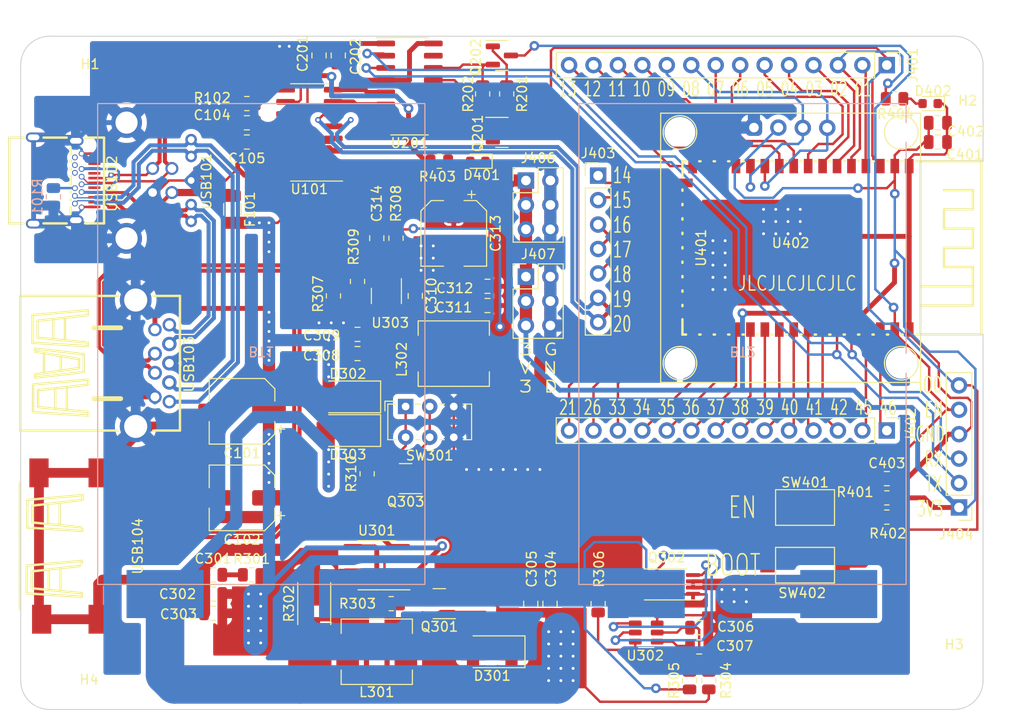
<source format=kicad_pcb>
(kicad_pcb (version 20211014) (generator pcbnew)
  (title_block (title "sbs2-board") (date "2021-12-31") (rev "v1.0") (company "u2sb"))
  (layers (0 "F.Cu" signal) (31 "B.Cu" signal) (34 "B.Paste" user) (35 "F.Paste" user) (36 "B.SilkS" user "B.Silkscreen") (37 "F.SilkS" user "F.Silkscreen") (38 "B.Mask" user) (39 "F.Mask" user) (44 "Edge.Cuts" user))
  (net 0 "")
  (net 1 "/BAT")
  (net 2 "Net-(BT1-Pad2)")
  (net 3 "/BT-")
  (net 4 "GND")
  (net 5 "+5V")
  (net 6 "+3V3")
  (net 7 "/BGND")
  (net 8 "Net-(C301-Pad2)")
  (net 9 "Net-(C306-Pad2)")
  (net 10 "Net-(C307-Pad2)")
  (net 11 "VCC")
  (net 12 "Net-(C310-Pad1)")
  (net 13 "/ESP_EN")
  (net 14 "Net-(D401-Pad2)")
  (net 15 "Net-(D402-Pad2)")
  (net 16 "/VIN")
  (net 17 "/ESP_IO0")
  (net 18 "Net-(J401-Pad2)")
  (net 19 "/ESP_IO2")
  (net 20 "Net-(J401-Pad4)")
  (net 21 "Net-(J401-Pad5)")
  (net 22 "Net-(J401-Pad6)")
  (net 23 "Net-(J401-Pad7)")
  (net 24 "Net-(J401-Pad8)")
  (net 25 "Net-(J401-Pad11)")
  (net 26 "Net-(J401-Pad12)")
  (net 27 "Net-(J401-Pad13)")
  (net 28 "Net-(J401-Pad14)")
  (net 29 "Net-(J402-Pad1)")
  (net 30 "Net-(J402-Pad2)")
  (net 31 "Net-(J402-Pad3)")
  (net 32 "Net-(J402-Pad4)")
  (net 33 "Net-(J402-Pad5)")
  (net 34 "Net-(J402-Pad6)")
  (net 35 "Net-(J402-Pad7)")
  (net 36 "Net-(J402-Pad8)")
  (net 37 "Net-(J402-Pad9)")
  (net 38 "Net-(J402-Pad10)")
  (net 39 "Net-(J402-Pad11)")
  (net 40 "Net-(J402-Pad12)")
  (net 41 "Net-(J402-Pad13)")
  (net 42 "Net-(J402-Pad14)")
  (net 43 "Net-(J403-Pad1)")
  (net 44 "Net-(J403-Pad2)")
  (net 45 "/ESP_SCL")
  (net 46 "/ESP_SDA")
  (net 47 "Net-(J403-Pad5)")
  (net 48 "Net-(J403-Pad3)")
  (net 49 "Net-(J403-Pad4)")
  (net 50 "/ESP_TX")
  (net 51 "/ESP_RX")
  (net 52 "Net-(Q201-Pad1)")
  (net 53 "Net-(Q201-Pad2)")
  (net 54 "Net-(Q202-Pad1)")
  (net 55 "Net-(Q202-Pad2)")
  (net 56 "Net-(Q301-Pad3)")
  (net 57 "Net-(Q302-Pad4)")
  (net 58 "Net-(Q302-Pad5)")
  (net 59 "Net-(C314-Pad1)")
  (net 60 "Net-(R102-Pad1)")
  (net 61 "Net-(R303-Pad2)")
  (net 62 "Net-(R306-Pad1)")
  (net 63 "Net-(R307-Pad1)")
  (net 64 "Net-(Q303-Pad3)")
  (net 65 "Net-(R310-Pad1)")
  (net 66 "/LC301")
  (net 67 "/USB_4_D-")
  (net 68 "/USB_4_D+")
  (net 69 "/USB_3_D-")
  (net 70 "/USB_3_D+")
  (net 71 "/USB_2_D-")
  (net 72 "/USB_2_D+")
  (net 73 "/USB_1_D-")
  (net 74 "/USB_1_D+")
  (net 75 "/USB_IN_D-")
  (net 76 "/USB_IN_D+")
  (net 77 "Net-(C104-Pad1)")
  (net 88 "/USB_IN_TX-")
  (net 89 "/USB_IN_TX+")
  (net 90 "/USB_IN_RX-")
  (net 91 "/USB_IN_RX+")
  (net 99 "Net-(R101-Pad1)")
  (net 100 "/LD301")
  (net 101 "/LR301")
  (net 102 "/DD301")
  (footprint "Package_SO:SOIC-8_3.9x4.9mm_P1.27mm" (layer "F.Cu") (at 137 105 180)
    (fp_text reference "U301")
    (fp_text value "PW4202")
  )
  (footprint "Capacitor_SMD:C_0805_2012Metric" (layer "F.Cu") (at 195.3 61)
    (fp_text reference "C401")
    (fp_text value "100nF")
  )
  (footprint "Button_Switch_THT:SW_E-Switch_EG1271_DPDT" (layer "F.Cu") (at 140 88.5)
    (fp_text reference "SW301")
    (fp_text value "SW_Push_DPDT")
  )
  (footprint "Resistor_SMD:R_2512_6332Metric" (layer "F.Cu") (at 130.5 109 90)
    (fp_text reference "R302")
    (fp_text value "0.12R")
  )
  (footprint "Capacitor_SMD:C_0805_2012Metric" (layer "F.Cu") (at 131 52 -90)
    (fp_text reference "C201")
    (fp_text value "100nF")
  )
  (footprint "Package_SO:SOIC-16_3.9x9.9mm_P1.27mm" (layer "F.Cu") (at 140.4 55.2)
    (fp_text reference "U201")
    (fp_text value "CH340C")
  )
  (footprint "Capacitor_SMD:CP_Elec_6.3x5.4" (layer "F.Cu") (at 123 98 180)
    (fp_text reference "C102")
    (fp_text value "100uF")
  )
  (footprint "Connector_PinHeader_2.54mm:PinHeader_1x14_P2.54mm_Vertical" (layer "F.Cu") (at 190 53 -90)
    (fp_text reference "J401")
    (fp_text value "Conn_01x14_Male")
  )
  (footprint "sb-board:USB3.0_TYPE-B" (layer "F.Cu") (at 111 65)
    (fp_text reference "USB101")
    (fp_text value "USB3_B")
  )
  (footprint "Capacitor_SMD:C_0805_2012Metric" (layer "F.Cu") (at 133 52 -90)
    (fp_text reference "C202")
    (fp_text value "10uF")
  )
  (footprint "Connector_PinHeader_2.54mm:PinHeader_1x14_P2.54mm_Vertical" (layer "F.Cu") (at 190 91 -90)
    (fp_text reference "J402")
    (fp_text value "Conn_01x14_Male")
  )
  (footprint "Capacitor_SMD:C_0805_2012Metric" (layer "F.Cu") (at 148.5 76)
    (fp_text reference "C312")
    (fp_text value "22uF")
  )
  (footprint "Resistor_SMD:R_0805_2012Metric" (layer "F.Cu") (at 171.5 117 -90)
    (fp_text reference "R304")
    (fp_text value "330R")
  )
  (footprint "Fuse:Fuse_1206_3216Metric" (layer "F.Cu") (at 122 68 -90)
    (fp_text reference "F101")
    (fp_text value "6V 1A")
  )
  (footprint "Resistor_SMD:R_0805_2012Metric" (layer "F.Cu") (at 123.5 57 180)
    (fp_text reference "R102")
    (fp_text value "100K")
  )
  (footprint "sb-board:USB-AF-10.0-023" (layer "F.Cu") (at 109.2 103 -90)
    (fp_text reference "USB104")
    (fp_text value "USB_A")
  )
  (footprint "Resistor_SMD:R_0805_2012Metric" (layer "F.Cu") (at 169.5 117 -90)
    (fp_text reference "R305")
    (fp_text value "330R")
  )
  (footprint "Capacitor_SMD:CP_Elec_6.3x5.4" (layer "F.Cu") (at 123 89 180)
    (fp_text reference "C101")
    (fp_text value "100uF")
  )
  (footprint "Resistor_SMD:R_0805_2012Metric" (layer "F.Cu") (at 190.8 56.5)
    (fp_text reference "R404")
    (fp_text value "750")
  )
  (footprint "Resistor_SMD:R_0805_2012Metric" (layer "F.Cu") (at 143.5 63)
    (fp_text reference "R403")
    (fp_text value "750")
  )
  (footprint "Capacitor_SMD:C_0805_2012Metric" (layer "F.Cu") (at 153 109 -90)
    (fp_text reference "C305")
    (fp_text value "22uF")
  )
  (footprint "Resistor_SMD:R_0805_2012Metric" (layer "F.Cu") (at 148 56 90)
    (fp_text reference "R202")
    (fp_text value "10K")
  )
  (footprint "Package_TO_SOT_SMD:SOT-23" (layer "F.Cu") (at 140 96 180)
    (fp_text reference "Q303")
    (fp_text value "PW2320")
  )
  (footprint "Capacitor_SMD:C_0805_2012Metric" (layer "F.Cu") (at 137 71 90)
    (fp_text reference "C314")
    (fp_text value "22pF")
  )
  (footprint "LED_SMD:LED_0603_1608Metric" (layer "F.Cu") (at 147.5 63 180)
    (fp_text reference "D401")
    (fp_text value "LED_R")
  )
  (footprint "Button_Switch_SMD:SW_SPST_CK_RS282G05A3" (layer "F.Cu") (at 181.5 99)
    (fp_text reference "SW401")
    (fp_text value "SW_Push")
  )
  (footprint "Resistor_SMD:R_0805_2012Metric" (layer "F.Cu") (at 138.5 109 180)
    (fp_text reference "R303")
    (fp_text value "20R")
  )
  (footprint "Capacitor_SMD:C_0805_2012Metric" (layer "F.Cu") (at 148.5 78)
    (fp_text reference "C311")
    (fp_text value "100nF")
  )
  (footprint "Button_Switch_SMD:SW_SPST_CK_RS282G05A3" (layer "F.Cu") (at 181.5 105)
    (fp_text reference "SW402")
    (fp_text value "SW_Push")
  )
  (footprint "Diode_SMD:D_SMA" (layer "F.Cu") (at 134 91 180)
    (fp_text reference "D303")
    (fp_text value "D1FH3")
  )
  (footprint "sb-board:TYPE-C-SMD_TYPE-C-24P-QCHT" (layer "F.Cu") (at 104.5 65 -90)
    (fp_text reference "USB102")
    (fp_text value "USB_C_Receptacle")
  )
  (footprint "MountingHole:MountingHole_3.2mm_M3_ISO14580" (layer "F.Cu") (at 103 53)
    (fp_text reference "H1")
    (fp_text value "MountingHole")
  )
  (footprint "Capacitor_SMD:C_0805_2012Metric" (layer "F.Cu") (at 120 110 180)
    (fp_text reference "C303")
    (fp_text value "100nF")
  )
  (footprint "Resistor_SMD:R_0805_2012Metric" (layer "F.Cu") (at 124 106)
    (fp_text reference "R301")
    (fp_text value "5R")
  )
  (footprint "Connector_PinHeader_2.54mm:PinHeader_1x06_P2.54mm_Vertical" (layer "F.Cu") (at 197.5 99 180)
    (fp_text reference "J404")
    (fp_text value "Conn_01x06_Male")
  )
  (footprint "Resistor_SMD:R_0805_2012Metric" (layer "F.Cu") (at 190 100 180)
    (fp_text reference "R402")
    (fp_text value "10K")
  )
  (footprint "Package_TO_SOT_SMD:SOT-23" (layer "F.Cu") (at 150 52)
    (fp_text reference "Q202")
    (fp_text value "SS8050")
  )
  (footprint "Inductor_SMD:L_Abracon_ASPI-0630LR" (layer "F.Cu") (at 145 83)
    (fp_text reference "L302")
    (fp_text value "4.7uH")
  )
  (footprint "Capacitor_SMD:C_0805_2012Metric" (layer "F.Cu") (at 135 81)
    (fp_text reference "C309")
    (fp_text value "100nF")
  )
  (footprint "Resistor_SMD:R_0805_2012Metric" (layer "F.Cu") (at 190 98 180)
    (fp_text reference "R401")
    (fp_text value "10K")
  )
  (footprint "Capacitor_SMD:C_0805_2012Metric" (layer "F.Cu") (at 170.5 111.5 180)
    (fp_text reference "C306")
    (fp_text value "100nF")
  )
  (footprint "Package_TO_SOT_SMD:SOT-23" (layer "F.Cu") (at 150 60)
    (fp_text reference "Q201")
    (fp_text value "SS8050")
  )
  (footprint "sb-board:OLED_096_IIC" (layer "F.Cu") (at 180 72)
    (fp_text reference "U402")
    (fp_text value "OLED_096_IIC")
  )
  (footprint "Capacitor_SMD:C_0805_2012Metric" (layer "F.Cu") (at 141 77 -90)
    (fp_text reference "C310")
    (fp_text value "100nF")
  )
  (footprint "Package_SO:TSSOP-8_4.4x3mm_P0.65mm" (layer "F.Cu") (at 167 107 180)
    (fp_text reference "Q302")
    (fp_text value "PW8205A8")
  )
  (footprint "Capacitor_SMD:C_0805_2012Metric" (layer "F.Cu") (at 123.5 61 180)
    (fp_text reference "C105")
    (fp_text value "10uF")
  )
  (footprint "Connector_PinHeader_2.54mm:PinHeader_2x03_P2.54mm_Vertical" (layer "F.Cu") (at 152.5 75)
    (fp_text reference "J407")
    (fp_text value "Conn_02x03_Odd_Even")
  )
  (footprint "Capacitor_SMD:C_0805_2012Metric" (layer "F.Cu") (at 195.3 59)
    (fp_text reference "C402")
    (fp_text value "10uF")
  )
  (footprint "Diode_SMD:D_SMA" (layer "F.Cu") (at 134 87.5 180)
    (fp_text reference "D302")
    (fp_text value "D1FH3")
  )
  (footprint "Package_TO_SOT_SMD:SOT-23" (layer "F.Cu") (at 143.5 109 180)
    (fp_text reference "Q301")
    (fp_text value "PW2320")
  )
  (footprint "Diode_SMD:D_SMA" (layer "F.Cu") (at 149 114 180)
    (fp_text reference "D301")
    (fp_text value "D1FH3")
  )
  (footprint "Capacitor_SMD:C_0805_2012Metric" (layer "F.Cu") (at 190 96 180)
    (fp_text reference "C403")
    (fp_text value "1uF")
  )
  (footprint "MountingHole:MountingHole_3.2mm_M3_ISO14580" (layer "F.Cu") (at 197 117)
    (fp_text reference "H3")
    (fp_text value "MountingHole")
  )
  (footprint "sb-board:USB3.0-A-TH_FUS301-FDBU1K" (layer "F.Cu") (at 113.7 84 -90)
    (fp_text reference "USB103")
    (fp_text value "USB3_A")
  )
  (footprint "MountingHole:MountingHole_3.2mm_M3_ISO14580" (layer "F.Cu") (at 197 53)
    (fp_text reference "H2")
    (fp_text value "MountingHole")
  )
  (footprint "Inductor_SMD:L_Abracon_ASPI-0630LR" (layer "F.Cu") (at 137 114)
    (fp_text reference "L301")
    (fp_text value "10uH")
  )
  (footprint "Connector_PinHeader_2.54mm:PinHeader_1x07_P2.54mm_Vertical" (layer "F.Cu") (at 160 64.5)
    (fp_text reference "J403")
    (fp_text value "Conn_01x07_Male")
  )
  (footprint "Capacitor_SMD:C_0805_2012Metric" (layer "F.Cu") (at 120 106)
    (fp_text reference "C301")
    (fp_text value "10uF")
  )
  (footprint "Package_SO:SOIC-16_3.9x9.9mm_P1.27mm" (layer "F.Cu") (at 130 60 180)
    (fp_text reference "U101")
    (fp_text value "HS8836A")
  )
  (footprint "Capacitor_SMD:C_0805_2012Metric" (layer "F.Cu") (at 123.5 59 180)
    (fp_text reference "C104")
    (fp_text value "100nF")
  )
  (footprint "Capacitor_SMD:C_0805_2012Metric" (layer "F.Cu") (at 120 108)
    (fp_text reference "C302")
    (fp_text value "22uF")
  )
  (footprint "Resistor_SMD:R_0805_2012Metric" (layer "F.Cu") (at 150.5 56 -90)
    (fp_text reference "R201")
    (fp_text value "10K")
  )
  (footprint "LED_SMD:LED_0603_1608Metric" (layer "F.Cu") (at 194.5 57 180)
    (fp_text reference "D402")
    (fp_text value "LED_B")
  )
  (footprint "Resistor_SMD:R_0805_2012Metric" (layer "F.Cu") (at 136 95.5 90)
    (fp_text reference "R310")
    (fp_text value "10K")
  )
  (footprint "Capacitor_SMD:C_0805_2012Metric" (layer "F.Cu") (at 135 83)
    (fp_text reference "C308")
    (fp_text value "22uF")
  )
  (footprint "Connector_PinHeader_2.54mm:PinHeader_2x03_P2.54mm_Vertical" (layer "F.Cu") (at 152.5 65)
    (fp_text reference "J406")
    (fp_text value "Conn_02x03_Odd_Even")
  )
  (footprint "Capacitor_SMD:CP_Elec_6.3x5.4" (layer "F.Cu") (at 145 70.5 -90)
    (fp_text reference "C313")
    (fp_text value "100uF")
  )
  (footprint "Resistor_SMD:R_0805_2012Metric" (layer "F.Cu") (at 135 75.5 90)
    (fp_text reference "R309")
    (fp_text value "15K")
  )
  (footprint "Resistor_SMD:R_0805_2012Metric" (layer "F.Cu") (at 160 109 90)
    (fp_text reference "R306")
    (fp_text value "1K")
  )
  (footprint "Capacitor_SMD:C_0805_2012Metric" (layer "F.Cu") (at 155 109 -90)
    (fp_text reference "C304")
    (fp_text value "22uF")
  )
  (footprint "Capacitor_SMD:C_0805_2012Metric" (layer "F.Cu") (at 170.5 113.5 180)
    (fp_text reference "C307")
    (fp_text value "100nF")
  )
  (footprint "sb-board:ESP32-S2-WROVER-I" (layer "F.Cu") (at 180.7 72 -90)
    (fp_text reference "U401")
    (fp_text value "ESP32-S2-WROVER")
  )
  (footprint "Package_TO_SOT_SMD:SOT-23-6" (layer "F.Cu") (at 165 112)
    (fp_text reference "U302")
    (fp_text value "PW7152")
  )
  (footprint "Resistor_SMD:R_0805_2012Metric" (layer "F.Cu") (at 139 71 90)
    (fp_text reference "R308")
    (fp_text value "47K")
  )
  (footprint "Package_TO_SOT_SMD:SOT-23-6" (layer "F.Cu") (at 138 77 -90)
    (fp_text reference "U303")
    (fp_text value "PW2312")
  )
  (footprint "Resistor_SMD:R_0805_2012Metric" (layer "F.Cu") (at 132.5 77 -90)
    (fp_text reference "R307")
    (fp_text value "100K")
  )
  (footprint "MountingHole:MountingHole_3.2mm_M3_ISO14580" (layer "F.Cu") (at 103 117)
    (fp_text reference "H4")
    (fp_text value "MountingHole")
  )
  (footprint "sb-board:BT-503450" (layer "B.Cu") (at 125 82)
    (fp_text reference "BT1")
    (fp_text value " ")
  )
  (footprint "Resistor_SMD:R_0805_2012Metric" (layer "B.Cu") (at 103.4 66.7 -90)
    (fp_text reference "R101")
    (fp_text value "5.1K")
  )
  (footprint "sb-board:BT-503450" (layer "B.Cu") (at 175 82)
    (fp_text reference "BT2")
    (fp_text value " ")
  )
  (gr_line locked (start 193.5 63) (end 193.5 81) (layer "Edge.Cuts") (width 0.1))
  (gr_line locked (start 200 81) (end 200 117) (layer "Edge.Cuts") (width 0.1))
  (gr_line locked (start 200 63) (end 193.5 63) (layer "Edge.Cuts") (width 0.1))
  (gr_arc locked (start 197 50) (mid 199.12132 50.87868) (end 200 53) (layer "Edge.Cuts") (width 0.1))
  (gr_line locked (start 193.5 81) (end 200 81) (layer "Edge.Cuts") (width 0.1))
  (gr_arc locked (start 100 53) (mid 100.87868 50.87868) (end 103 50) (layer "Edge.Cuts") (width 0.1))
  (gr_arc locked (start 200 117) (mid 199.12132 119.12132) (end 197 120) (layer "Edge.Cuts") (width 0.1))
  (gr_line locked (start 103 120) (end 197 120) (layer "Edge.Cuts") (width 0.1))
  (gr_line locked (start 197 50) (end 103 50) (layer "Edge.Cuts") (width 0.1))
  (gr_arc locked (start 103 120) (mid 100.87868 119.12132) (end 100 117) (layer "Edge.Cuts") (width 0.1))
  (gr_line locked (start 200 53) (end 200 63) (layer "Edge.Cuts") (width 0.1))
  (gr_line locked (start 100 53) (end 100 117) (layer "Edge.Cuts") (width 0.1))
  (gr_text "BOOT\n" (at 174 105) (layer "F.SilkS") (effects (font (size 2.2 1.5))))
  (gr_text "JLCJLCJLCJLC" (at 180.7 75.7) (layer "F.SilkS") (effects (font (size 1.5 1.2))))
  (gr_text "IO0\n EN\nGND\n RX\n TX\n3V3" (at 194.5 92.7) (layer "F.SilkS") (effects (font (size 1.6 1))))
  (gr_text "14\n15\n16\n17\n18\n19\n20" (at 162.5 72.2) (layer "F.SilkS") (effects (font (size 1.6 1))))
  (gr_text "3 G\nV N\n3 D" (at 153.8 84.5) (layer "F.SilkS") (effects (font (size 1.2 1.5))))
  (gr_text "13 12 11 10 09 08 07 06 05 04 03 02 01" (at 172.2 55.5) (layer "F.SilkS") (effects (font (size 1.5 0.96))))
  (gr_text "EN" (at 175 99) (layer "F.SilkS") (effects (font (size 2.2 1.5))))
  (gr_text "21 26 33 34 35 36 37 38 39 40 41 42 45 46" (at 173.5 88.6) (layer "F.SilkS") (effects (font (size 1.5 0.96))))
  (segment (start 171.5 118.9) (end 171.2 119.2) (width 0.254) (layer "F.Cu") (net 1))
  (segment (start 137.8 107.4) (end 138.3 107.9) (width 0.254) (layer "F.Cu") (net 1))
  (segment (start 139.475 104.365) (end 138.235 104.365) (width 0.254) (layer "F.Cu") (net 1))
  (segment (start 138.235 104.365) (end 137.8 104.8) (width 0.254) (layer "F.Cu") (net 1))
  (segment (start 171.2 119.2) (end 160.2 119.2) (width 0.254) (layer "F.Cu") (net 1))
  (segment (start 142.873901 107.9) (end 144.073901 109.1) (width 0.254) (layer "F.Cu") (net 1))
  (segment (start 171.5 117.9125) (end 171.5 118.9) (width 0.254) (layer "F.Cu") (net 1))
  (segment (start 160.2 119.2) (end 158 117) (width 0.254) (layer "F.Cu") (net 1))
  (segment (start 158 117) (end 157.4 117) (width 0.254) (layer "F.Cu") (net 1))
  (segment (start 132 91) (end 132 96.8) (width 1.27) (layer "F.Cu") (net 1))
  (segment (start 150.1 109.9) (end 152.95 109.9) (width 0.254) (layer "F.Cu") (net 1))
  (segment (start 138.3 107.9) (end 142.873901 107.9) (width 0.254) (layer "F.Cu") (net 1))
  (segment (start 144.073901 109.1) (end 149.3 109.1) (width 0.254) (layer "F.Cu") (net 1))
  (segment (start 149.3 109.1) (end 150.1 109.9) (width 0.254) (layer "F.Cu") (net 1))
  (segment (start 137.8 104.8) (end 137.8 107.4) (width 0.254) (layer "F.Cu") (net 1))
  (segment (start 152.95 109.9) (end 153 109.95) (width 0.254) (layer "F.Cu") (net 1))
  (via (at 132 96.8) (size 0.6) (drill 0.3) (layers "F.Cu" "B.Cu") (net 1))
  (via (at 154.86 114.46) (size 0.6) (drill 0.3) (layers "F.Cu" "B.Cu") (net 1))
  (via (at 156.13 117) (size 0.6) (drill 0.3) (layers "F.Cu" "B.Cu") (net 1))
  (via (at 157.4 111.92) (size 0.6) (drill 0.3) (layers "F.Cu" "B.Cu") (net 1))
  (via (at 154.86 113.19) (size 0.6) (drill 0.3) (layers "F.Cu" "B.Cu") (net 1))
  (via (at 132 92.99) (size 0.6) (drill 0.3) (layers "F.Cu" "B.Cu") (net 1))
  (via (at 154.86 111.92) (size 0.6) (drill 0.3) (layers "F.Cu" "B.Cu") (net 1))
  (via (at 157.4 115.73) (size 0.6) (drill 0.3) (layers "F.Cu" "B.Cu") (net 1))
  (via (at 154.86 115.73) (size 0.6) (drill 0.3) (layers "F.Cu" "B.Cu") (net 1))
  (via (at 156.13 114.46) (size 0.6) (drill 0.3) (layers "F.Cu" "B.Cu") (net 1))
  (via (at 132 94.26) (size 0.6) (drill 0.3) (layers "F.Cu" "B.Cu") (net 1))
  (via (at 157.4 114.46) (size 0.6) (drill 0.3) (layers "F.Cu" "B.Cu") (net 1))
  (via (at 157.4 113.19) (size 0.6) (drill 0.3) (layers "F.Cu" "B.Cu") (net 1))
  (via (at 156.13 115.73) (size 0.6) (drill 0.3) (layers "F.Cu" "B.Cu") (net 1))
  (via (at 157.4 117) (size 0.6) (drill 0.3) (layers "F.Cu" "B.Cu") (net 1))
  (via (at 156.13 113.19) (size 0.6) (drill 0.3) (layers "F.Cu" "B.Cu") (net 1))
  (via (at 132 95.53) (size 0.6) (drill 0.3) (layers "F.Cu" "B.Cu") (net 1))
  (via (at 156.13 111.92) (size 0.6) (drill 0.3) (layers "F.Cu" "B.Cu") (net 1))
  (via (at 154.86 117) (size 0.6) (drill 0.3) (layers "F.Cu" "B.Cu") (net 1))
  (segment (start 116 117.4) (end 129 117.4) (width 4) (layer "B.Cu") (net 1))
  (segment (start 122.4 91.6) (end 122.4 100.6) (width 1.27) (layer "B.Cu") (net 1))
  (segment (start 132 92.8) (end 128.8 89.6) (width 1.27) (layer "B.Cu") (net 1))
  (segment (start 124.4 89.6) (end 122.4 91.6) (width 1.27) (layer "B.Cu") (net 1))
  (segment (start 115 116.4) (end 116 117.4) (width 4) (layer "B.Cu") (net 1))
  (segment (start 122.4 100.6) (end 115 108) (width 1.27) (layer "B.Cu") (net 1))
  (segment (start 128.8 89.6) (end 124.4 89.6) (width 1.27) (layer "B.Cu") (net 1))
  (segment (start 155.73 117.4) (end 156.13 117) (width 4) (layer "B.Cu") (net 1))
  (segment (start 129 117.4) (end 155.73 117.4) (width 4) (layer "B.Cu") (net 1))
  (segment (start 132 96.8) (end 132 92.8) (width 1.27) (layer "B.Cu") (net 1))
  (segment (start 156.13 117) (end 156.13 111.92) (width 4) (layer "B.Cu") (net 1))
  (segment (start 115 108) (end 115 116.4) (width 4) (layer "B.Cu") (net 1))
  (segment (start 166.1125 117.9125) (end 166 117.8) (width 0.254) (layer "F.Cu") (net 2))
  (segment (start 169.5 117.9125) (end 166.1125 117.9125) (width 0.254) (layer "F.Cu") (net 2))
  (via (at 166 117.8) (size 1) (drill 0.5) (layers "F.Cu" "B.Cu") (net 2))
  (segment (start 135 108) (end 135.700489 107.299511) (width 4) (layer "B.Cu") (net 2))
  (segment (start 135.700489 107.299511) (end 164.299511 107.299511) (width 4) (layer "B.Cu") (net 2))
  (segment (start 164.8 117.8) (end 158.6 111.6) (width 0.254) (layer "B.Cu") (net 2))
  (segment (start 164.299511 107.299511) (end 165 108) (width 4) (layer "B.Cu") (net 2))
  (segment (start 159.6 102.6) (end 164.2 102.6) (width 0.254) (layer "B.Cu") (net 2))
  (segment (start 158.6 111.6) (end 158.6 103.6) (width 0.254) (layer "B.Cu") (net 2))
  (segment (start 164.2 102.6) (end 165 103.4) (width 0.254) (layer "B.Cu") (net 2))
  (segment (start 165 103.4) (end 165 108) (width 0.254) (layer "B.Cu") (net 2))
  (segment (start 166 117.8) (end 164.8 117.8) (width 0.254) (layer "B.Cu") (net 2))
  (segment (start 158.6 103.6) (end 159.6 102.6) (width 0.254) (layer "B.Cu") (net 2))
  (segment (start 166.4 110.2) (end 171 110.2) (width 0.254) (layer "F.Cu") (net 3))
  (segment (start 171 110.2) (end 171.45 110.65) (width 0.254) (layer "F.Cu") (net 3))
  (segment (start 166.1375 111.05) (end 166.1375 110.4625) (width 0.254) (layer "F.Cu") (net 3))
  (segment (start 166.1375 110.4625) (end 166.4 110.2) (width 0.254) (layer "F.Cu") (net 3))
  (segment (start 171.45 113.5) (end 171.45 111.5) (width 0.508) (layer "F.Cu") (net 3))
  (segment (start 171.45 110.65) (end 171.45 111.5) (width 0.254) (layer "F.Cu") (net 3))
  (via (at 174.13 107.53) (size 0.6) (drill 0.3) (layers "F.Cu" "B.Cu") (net 3))
  (via (at 172.86 107.53) (size 0.6) (drill 0.3) (layers "F.Cu" "B.Cu") (net 3))
  (via (at 172.86 108.8) (size 0.6) (drill 0.3) (layers "F.Cu" "B.Cu") (net 3))
  (via (at 175.4 107.53) (size 0.6) (drill 0.3) (layers "F.Cu" "B.Cu") (net 3))
  (via (at 175.4 108.8) (size 0.6) (drill 0.3) (layers "F.Cu" "B.Cu") (net 3))
  (via (at 174.13 108.8) (size 0.6) (drill 0.3) (layers "F.Cu" "B.Cu") (net 3))
  (segment (start 185 108) (end 174.2 108) (width 4) (layer "B.Cu") (net 3))
  (segment (start 122.55 61) (end 122.55 59) (width 0.508) (layer "F.Cu") (net 4))
  (segment (start 196.25 57.45) (end 195.8 57) (width 0.254) (layer "F.Cu") (net 4))
  (segment (start 138 76.8) (end 138 75.8625) (width 0.254) (layer "F.Cu") (net 4))
  (segment (start 108.49988 106.50012) (end 108.049888 106.950112) (width 1.016) (layer "F.Cu") (net 4))
  (segment (start 196.25 62.05) (end 196.25 61) (width 0.254) (layer "F.Cu") (net 4))
  (segment (start 198.8 88) (end 198.4 87.6) (width 0.254) (layer "F.Cu") (net 4))
  (segment (start 136.2 76.8) (end 136.353874 76.8) (width 0.254) (layer "F.Cu") (net 4))
  (segment (start 140.9375 95.05) (end 142.15 95.05) (width 0.508) (layer "F.Cu") (net 4))
  (segment (start 177.6 95.8) (end 176.85 95.05) (width 0.508) (layer "F.Cu") (net 4))
  (segment (start 134.85 51.05) (end 135.145 50.755) (width 0.508) (layer "F.Cu") (net 4))
  (segment (start 148.2875 63) (end 154.4 63) (width 0.254) (layer "F.Cu") (net 4))
  (segment (start 118.630036 90.569964) (end 120.2 89) (width 1.016) (layer "F.Cu") (net 4))
  (segment (start 142.15 95.05) (end 142.5 94.7) (width 0.508) (layer "F.Cu") (net 4))
  (segment (start 154.4 63) (end 155.04 63.64) (width 0.254) (layer "F.Cu") (net 4))
  (segment (start 113.950063 87.50012) (end 112.49988 87.50012) (width 0.508) (layer "F.Cu") (net 4))
  (segment (start 136.553874 77) (end 137.8 77) (width 0.254) (layer "F.Cu") (net 4))
  (segment (start 196.6 87.6) (end 195.4 86.4) (width 0.254) (layer "F.Cu") (net 4))
  (segment (start 192.325072 63.49989) (end 192.325072 70.818928) (width 0.508) (layer "F.Cu") (net 4))
  (segment (start 196.1 92) (end 196.1 91.7) (width 0.508) (layer "F.Cu") (net 4))
  (segment (start 122.55 63.75) (end 122.55 61) (width 0.508) (layer "F.Cu") (net 4))
  (segment (start 177.11812 72.30988) (end 182.774926 72.30988) (width 0.508) (layer "F.Cu") (net 4))
  (segment (start 196.42 91.38) (end 197.5 91.38) (width 0.508) (layer "F.Cu") (net 4))
  (segment (start 123.245 64.445) (end 122.55 63.75) (width 0.508) (layer "F.Cu") (net 4))
  (segment (start 192.316154 70.81001) (end 192.325072 70.818928) (width 0.508) (layer "F.Cu") (net 4))
  (segment (start 120.2 89) (end 120.2 98) (width 1.016) (layer "F.Cu") (net 4))
  (segment (start 102.179948 110.62) (end 108.049888 110.62) (width 1.016) (layer "F.Cu") (net 4))
  (segment (start 113.71018 66.24968) (end 114.15032 66.24968) (width 0.254) (layer "F.Cu") (net 4))
  (segment (start 133 51.05) (end 134.85 51.05) (width 0.508) (layer "F.Cu") (net 4))
  (segment (start 134.05 83) (end 134.05 81) (width 1.27) (layer "F.Cu") (net 4))
  (segment (start 192.325072 80.925072) (end 192.325072 80.50011) (width 0.254) (layer "F.Cu") (net 4))
  (segment (start 198.02 91.38) (end 198.8 90.6) (width 0.254) (layer "F.Cu") (net 4))
  (segment (start 130.9 51.05) (end 132.9 51.05) (width 0.508) (layer "F.Cu") (net 4))
  (segment (start 176.85 95.05) (end 153.95 95.05) (width 0.508) (layer "F.Cu") (net 4))
  (segment (start 145 93.72) (end 146.33 95.05) (width 0.25) (layer "F.Cu") (net 4))
  (segment (start 111.950067 90.569964) (end 111.950067 91.499887) (width 1.016) (layer "F.Cu") (net 4))
  (segment (start 145 91.7) (end 145 93.72) (width 0.25) (layer "F.Cu") (net 4))
  (segment (start 122.5875 57) (end 118.6 57) (width 1.016) (layer "F.Cu") (net 4))
  (segment (start 195.4 84) (end 192.325072 80.925072) (width 0.254) (layer "F.Cu") (net 4))
  (segment (start 198.8 90.6) (end 198.8 88) (width 0.254) (layer "F.Cu") (net 4))
  (segment (start 190.95 96) (end 192.1 96) (width 0.508) (layer "F.Cu") (net 4))
  (segment (start 154 95) (end 153.95 95.05) (width 1.27) (layer "F.Cu") (net 4))
  (segment (start 122.55 57.0375) (end 122.5875 57) (width 0.508) (layer "F.Cu") (net 4))
  (segment (start 106.342 62.21) (end 106.332 62.2) (width 0.254) (layer "F.Cu") (net 4))
  (segment (start 108.049888 106.950112) (end 108.049888 110.62) (width 1.016) (layer "F.Cu") (net 4))
  (segment (start 192.8 62.3) (end 196 62.3) (width 0.254) (layer "F.Cu") (net 4))
  (segment (start 122.55 59) (end 122.55 57.0375) (width 0.508) (layer "F.Cu") (net 4))
  (segment (start 111.950067 88.049933) (end 111.950067 90.569964) (width 0.508) (layer "F.Cu") (net 4))
  (segment (start 140.9375 95.05) (end 153.95 95.05) (width 1.27) (layer "F.Cu") (net 4))
  (segment (start 155.04 82.56) (end 154 83.6) (width 1.27) (layer "F.Cu") (net 4))
  (segment (start 192.325072 62.774928) (end 192.8 62.3) (width 0.254) (layer "F.Cu") (net 4))
  (segment (start 192.1 96) (end 196.1 92) (width 0.508) (layer "F.Cu") (net 4))
  (segment (start 195.4 86.4) (end 195.4 84) (width 0.254) (layer "F.Cu") (net 4))
  (segment (start 112.49988 87.50012) (end 111.950067 88.049933) (width 0.508) (layer "F.Cu") (net 4))
  (segment (start 154 83.6) (end 154 95) (width 1.27) (layer "F.Cu") (net 4))
  (segment (start 195.8 57) (end 195.2875 57) (width 0.254) (layer "F.Cu") (net 4))
  (segment (start 192.325072 70.818928) (end 192.325072 80.50011) (width 0.508) (layer "F.Cu") (net 4))
  (segment (start 115.4 65) (end 117.71068 65) (width 0.254) (layer "F.Cu") (net 4))
  (segment (start 135.8125 76.4125) (end 136.2 76.8) (width 0.254) (layer "F.Cu") (net 4))
  (segment (start 177.6 105) (end 177.6 99) (width 0.508) (layer "F.Cu") (net 4))
  (segment (start 196.1 91.7) (end 196.42 91.38) (width 0.508) (layer "F.Cu") (net 4))
  (segment (start 137.8 77) (end 138 76.8) (width 0.254) (layer "F.Cu") (net 4))
  (segment (start 134.05 81) (end 134.05 80.05) (width 1.27) (layer "F.Cu") (net 4))
  (segment (start 101.90004 95.400066) (end 101.90004 110.340092) (width 1.016) (layer "F.Cu") (net 4))
  (segment (start 111.950067 90.569964) (end 118.630036 90.569964) (width 1.016) (layer "F.Cu") (net 4))
  (segment (start 127.525 64.445) (end 123.245 64.445) (width 0.508) (layer "F.Cu") (net 4))
  (segment (start 106.382 67.75) (end 106.332 67.8) (width 0.254) (layer "F.Cu") (net 4))
  (segment (start 133.8 79.8) (end 131 79.8) (width 1.27) (layer "F.Cu") (net 4))
  (segment (start 109.95057 106.50012) (end 108.49988 106.50012) (width 1.016) (layer "F.Cu") (net 4))
  (segment (start 196.25 59) (end 196.25 61) (width 0.254) (layer "F.Cu") (net 4))
  (segment (start 135.145 50.755) (end 137.925 50.755) (width 0.508) (layer "F.Cu") (net 4))
  (segment (start 169.074928 78.75005) (end 170.67795 78.75005) (width 0.508) (layer "F.Cu") (net 4))
  (segment (start 177.6 99) (end 177.6 95.8) (width 0.508) (layer "F.Cu") (net 4))
  (segment (start 170.67795 78.75005) (end 177.11812 72.30988) (width 0.508) (layer "F.Cu") (net 4))
  (segment (start 155.04 63.64) (end 155.04 65) (width 0.254) (layer "F.Cu") (net 4))
  (segment (start 117.71068 65) (end 121.3 65) (width 0.254) (layer "F.Cu") (net 4))
  (segment (start 114.15032 66.24968) (end 115.4 65) (width 0.254) (layer "F.Cu") (net 4))
  (segment (start 196 62.3) (end 196.25 62.05) (width 0.254) (layer "F.Cu") (net 4))
  (segment (start 185.77492 70.81001) (end 192.316154 70.81001) (width 0.508) (layer "F.Cu") (net 4))
  (segment (start 134.05 80.05) (end 133.8 79.8) (width 1.27) (layer "F.Cu") (net 4))
  (segment (start 145 88.5) (end 145 91.7) (width 0.25) (layer "F.Cu") (net 4))
  (segment (start 108.049888 95.400066) (end 101.90004 95.400066) (width 1.016) (layer "F.Cu") (net 4))
  (segment (start 198.4 87.6) (end 196.6 87.6) (width 0.254) (layer "F.Cu") (net 4))
  (segment (start 111.950067 91.499887) (end 108.049888 95.400066) (width 1.016) (layer "F.Cu") (net 4))
  (segment (start 155.04 65) (end 155.04 82.56) (width 1.27) (layer "F.Cu") (net 4))
  (segment (start 135 76.4125) (end 135.8125 76.4125) (width 0.254) (layer "F.Cu") (net 4))
  (segment (start 107.658 67.75) (end 106.382 67.75) (width 0.254) (layer "F.Cu") (net 4))
  (segment (start 192.325072 63.49989) (end 192.325072 62.774928) (width 0.254) (layer "F.Cu") (net 4))
  (segment (start 130.9 51.05) (end 126.9 51.05) (width 1.016) (layer "F.Cu") (net 4))
  (segment (start 197.5 91.38) (end 198.02 91.38) (width 0.254) (layer "F.Cu") (net 4))
  (segment (start 107.658 62.21) (end 106.342 62.21) (width 0.254) (layer "F.Cu") (net 4))
  (segment (start 136.353874 76.8) (end 136.553874 77) (width 0.254) (layer "F.Cu") (net 4))
  (segment (start 101.90004 110.340092) (end 102.179948 110.62) (width 1.016) (layer "F.Cu") (net 4))
  (segment (start 121.3 65) (end 122.55 63.75) (width 0.254) (layer "F.Cu") (net 4))
  (segment (start 196.25 59) (end 196.25 57.45) (width 0.254) (layer "F.Cu") (net 4))
  (via (at 178.46 70.54) (size 0.6) (drill 0.3) (layers "F.Cu" "B.Cu") (net 4))
  (via (at 141.6 74.34) (size 0.6) (drill 0.3) (layers "F.Cu" "B.Cu") (net 4))
  (via (at 141.6 73.07) (size 0.6) (drill 0.3) (layers "F.Cu" "B.Cu") (net 4))
  (via (at 181 70.54) (size 0.6) (drill 0.3) (layers "F.Cu" "B.Cu") (net 4))
  (via (at 132.27 79.8) (size 0.6) (drill 0.3) (layers "F.Cu" "B.Cu") (net 4))
  (via (at 153.95 95.05) (size 0.6) (drill 0.3) (layers "F.Cu" "B.Cu") (net 4))
  (via (at 141.6 71.8) (size 0.6) (drill 0.3) (layers "F.Cu" "B.Cu") (net 4))
  (via (at 173.2 75.07) (size 0.6) (drill 0.3) (layers "F.Cu" "B.Cu") (net 4))
  (via (at 177.19 69.27) (size 0.6) (drill 0.3) (layers "F.Cu" "B.Cu") (net 4))
  (via (at 179.73 70.54) (size 0.6) (drill 0.3) (layers "F.Cu" "B.Cu") (net 4))
  (via (at 142.87 73.07) (size 0.6) (drill 0.3) (layers "F.Cu" "B.Cu") (net 4))
  (via (at 177.19 68) (size 0.6) (drill 0.3) (layers "F.Cu" "B.Cu") (net 4))
  (via (at 178.46 68) (size 0.6) (drill 0.3) (layers "F.Cu" "B.Cu") (net 4))
  (via (at 173.2 71.26) (size 0.6) (drill 0.3) (layers "F.Cu" "B.Cu") (net 4))
  (via (at 173.2 76.34) (size 0.6) (drill 0.3) (layers "F.Cu" "B.Cu") (net 4))
  (via (at 177.19 70.54) (size 0.6) (drill 0.3) (layers "F.Cu" "B.Cu") (net 4))
  (via (at 131 79.8) (size 0.6) (drill 0.3) (layers "F.Cu" "B.Cu") (net 4))
  (via (at 171.93 76.34) (size 0.6) (drill 0.3) (layers "F.Cu" "B.Cu") (net 4))
  (via (at 171.93 71.26) (size 0.6) (drill 0.3) (layers "F.Cu" "B.Cu") (net 4))
  (via (at 151.41 95.05) (size 0.6) (drill 0.3) (layers "F.Cu" "B.Cu") (net 4))
  (via (at 142.87 74.34) (size 0.6) (drill 0.3) (layers "F.Cu" "B.Cu") (net 4))
  (via (at 152.68 95.05) (size 0.6) (drill 0.3) (layers "F.Cu" "B.Cu") (net 4))
  (via (at 127.9 51.05) (size 0.6) (drill 0.3) (layers "F.Cu" "B.Cu") (net 4))
  (via (at 171.93 75.07) (size 0.6) (drill 0.3) (layers "F.Cu" "B.Cu") (net 4))
  (via (at 142.87 71.8) (size 0.6) (drill 0.3) (layers "F.Cu" "B.Cu") (net 4))
  (via (at 178.46 69.27) (size 0.6) (drill 0.3) (layers "F.Cu" "B.Cu") (net 4))
  (via (at 119.6 57) (size 0.6) (drill 0.3) (layers "F.Cu" "B.Cu") (net 4))
  (via (at 147.6 95.05) (size 0.6) (drill 0.3) (layers "F.Cu" "B.Cu") (net 4))
  (via (at 173.2 73.8) (size 0.6) (drill 0.3) (layers "F.Cu" "B.Cu") (net 4))
  (via (at 171.93 72.53) (size 0.6) (drill 0.3) (layers "F.Cu" "B.Cu") (net 4))
  (via (at 133.54 79.8) (size 0.6) (drill 0.3) (layers "F.Cu" "B.Cu") (net 4))
  (via (at 171.93 73.8) (size 0.6) (drill 0.3) (layers "F.Cu" "B.Cu") (net 4))
  (via (at 150.14 95.05) (size 0.6) (drill 0.3) (layers "F.Cu" "B.Cu") (net 4))
  (via (at 179.73 68) (size 0.6) (drill 0.3) (layers "F.Cu" "B.Cu") (net 4))
  (via (at 179.73 69.27) (size 0.6) (drill 0.3) (layers "F.Cu" "B.Cu") (net 4))
  (via (at 181 68) (size 0.6) (drill 0.3) (layers "F.Cu" "B.Cu") (net 4))
  (via (at 173.2 72.53) (size 0.6) (drill 0.3) (layers "F.Cu" "B.Cu") (net 4))
  (via (at 128.9 51.05) (size 0.6) (drill 0.3) (layers "F.Cu" "B.Cu") (net 4))
  (via (at 126.9 51.05) (size 0.6) (drill 0.3) (layers "F.Cu" "B.Cu") (net 4))
  (via (at 118.6 57) (size 0.6) (drill 0.3) (layers "F.Cu" "B.Cu") (net 4))
  (via (at 181 69.27) (size 0.6) (drill 0.3) (layers "F.Cu" "B.Cu") (net 4))
  (via (at 120.6 57) (size 0.6) (drill 0.3) (layers "F.Cu" "B.Cu") (net 4))
  (via (at 146.33 95.05) (size 0.6) (drill 0.3) (layers "F.Cu" "B.Cu") (net 4))
  (via (at 148.87 95.05) (size 0.6) (drill 0.3) (layers "F.Cu" "B.Cu") (net 4))
  (segment (start 106.332 67.8) (end 106.332 68.068) (width 0.254) (layer "B.Cu") (net 4))
  (segment (start 111.950067 77.430036) (end 111.950067 71.969867) (width 1.016) (layer "B.Cu") (net 4))
  (segment (start 106.332 61.772168) (end 105.733 61.173168) (width 0.254) (layer "B.Cu") (net 4))
  (segment (start 101.342 60.51) (end 101.342 69.49) (width 0.508) (layer "B.Cu") (net 4))
  (segment (start 106.332 62.2) (end 106.332 61.772168) (width 0.254) (layer "B.Cu") (net 4))
  (segment (start 105.733 69.13) (end 104.9175 69.13) (width 0.254) (layer "B.Cu") (net 4))
  (segment (start 107.6228 58.9802) (end 111 58.9802) (width 0.508) (layer "B.Cu") (net 4))
  (segment (start 107.6228 71.0198) (end 111 71.0198) (width 1.016) (layer "B.Cu") (net 4))
  (segment (start 105.733 69.13) (end 107.6228 71.0198) (width 1.016) (layer "B.Cu") (net 4))
  (segment (start 111.950067 77.430036) (end 111.950067 88.350067) (width 1.016) (layer "B.Cu") (net 4))
  (segment (start 111.950067 88.350067) (end 111.950067 90.569964) (width 1.016) (layer "B.Cu") (net 4))
  (segment (start 113.71018 68.30962) (end 111 71.0198) (width 1.016) (layer "B.Cu") (net 4))
  (segment (start 105.373 69.49) (end 105.733 69.13) (width 0.508) (layer "B.Cu") (net 4))
  (segment (start 105.733 61.173168) (end 105.733 60.87) (width 0.254) (layer "B.Cu") (net 4))
  (segment (start 101.342 60.51) (end 105.373 60.51) (width 0.508) (layer "B.Cu") (net 4))
  (segment (start 106.332 68.068) (end 105.733 68.667) (width 0.254) (layer "B.Cu") (net 4))
  (segment (start 105.733 60.87) (end 107.6228 58.9802) (width 0.508) (layer "B.Cu") (net 4))
  (segment (start 113.71018 66.24968) (end 113.71018 68.30962) (width 1.016) (layer "B.Cu") (net 4))
  (segment (start 105.373 60.51) (end 105.733 60.87) (width 0.508) (layer "B.Cu") (net 4))
  (segment (start 101.342 69.49) (end 105.373 69.49) (width 0.508) (layer "B.Cu") (net 4))
  (segment (start 105.733 68.667) (end 105.733 69.13) (width 0.254) (layer "B.Cu") (net 4))
  (segment (start 104.9175 69.13) (end 103.4 67.6125) (width 0.254) (layer "B.Cu") (net 4))
  (segment (start 111.950067 71.969867) (end 111 71.0198) (width 1.016) (layer "B.Cu") (net 4))
  (segment (start 125.8 99.6) (end 125.8 98) (width 1.27) (layer "F.Cu") (net 5))
  (segment (start 125.8 89) (end 125.8 98) (width 1.27) (layer "F.Cu") (net 5))
  (segment (start 143.8 103) (end 141.165 105.635) (width 0.508) (layer "F.Cu") (net 5))
  (segment (start 134.525 105.635) (end 133.165 105.635) (width 0.508) (layer "F.Cu") (net 5))
  (segment (start 133.165 105.635) (end 132.7625 106.0375) (width 0.508) (layer "F.Cu") (net 5))
  (segment (start 125.4 78.3) (end 125.8 78.7) (width 0.508) (layer "F.Cu") (net 5))
  (segment (start 125.8 69.4) (end 125.8 72.4) (width 1.27) (layer "F.Cu") (net 5))
  (segment (start 141.165 105.635) (end 139.475 105.635) (width 0.508) (layer "F.Cu") (net 5))
  (segment (start 132.7625 106.0375) (end 130.5 106.0375) (width 0.508) (layer "F.Cu") (net 5))
  (segment (start 125.4 100) (end 125.8 99.6) (width 1.27) (layer "F.Cu") (net 5))
  (segment (start 125.8 78.7) (end 125.8 89) (width 1.27) (layer "F.Cu") (net 5))
  (segment (start 132 87.5) (end 132 81.6) (width 1.27) (layer "F.Cu") (net 5))
  (segment (start 117.4 100) (end 125.4 100) (width 1.27) (layer "F.Cu") (net 5))
  (segment (start 114.8 78.3) (end 125.4 78.3) (width 0.508) (layer "F.Cu") (net 5))
  (segment (start 113.950063 80.500134) (end 113.950063 79.149937) (width 0.508) (layer "F.Cu") (net 5))
  (segment (start 127.525 60.635) (end 129.035 60.635) (width 0.254) (layer "F.Cu") (net 5))
  (segment (start 113.950063 79.149937) (end 114.8 78.3) (width 0.508) (layer "F.Cu") (net 5))
  (segment (start 116.900134 99.500134) (end 117.4 100) (width 1.27) (layer "F.Cu") (net 5))
  (segment (start 129.3 66.8) (end 126.7 69.4) (width 0.254) (layer "F.Cu") (net 5))
  (segment (start 129.035 60.635) (end 129.3 60.9) (width 0.254) (layer "F.Cu") (net 5))
  (segment (start 122 69.4) (end 125.8 69.4) (width 1.27) (layer "F.Cu") (net 5))
  (segment (start 109.95057 99.500134) (end 116.900134 99.500134) (width 1.27) (layer "F.Cu") (net 5))
  (segment (start 126.7 69.4) (end 125.8 69.4) (width 0.254) (layer "F.Cu") (net 5))
  (segment (start 129.3 60.9) (end 129.3 66.8) (width 0.254) (layer "F.Cu") (net 5))
  (via (at 125.8 83.7) (size 0.6) (drill 0.3) (layers "F.Cu" "B.Cu") (net 5))
  (via (at 132 84.14) (size 0.6) (drill 0.3) (layers "F.Cu" "B.Cu") (net 5))
  (via (at 132 82.87) (size 0.6) (drill 0.3) (layers "F.Cu" "B.Cu") (net 5))
  (via (at 124.8 69.4) (size 0.6) (drill 0.3) (layers "F.Cu" "B.Cu") (net 5))
  (via (at 132 81.6) (size 0.6) (drill 0.3) (layers "F.Cu" "B.Cu") (net 5))
  (via (at 125.8 82.7) (size 0.6) (drill 0.3) (layers "F.Cu" "B.Cu") (net 5))
  (via (at 125.8 91.4) (size 0.6) (drill 0.3) (layers "F.Cu" "B.Cu") (net 5))
  (via (at 143.8 103) (size 1) (drill 0.5) (layers "F.Cu" "B.Cu") (net 5))
  (via (at 125.8 70.4) (size 0.6) (drill 0.3) (layers "F.Cu" "B.Cu") (net 5))
  (via (at 124.94 110.54) (size 0.6) (drill 0.3) (layers "F.Cu" "B.Cu") (net 5))
  (via (at 125.8 79.7) (size 0.6) (drill 0.3) (layers "F.Cu" "B.Cu") (net 5))
  (via (at 123.8 69.4) (size 0.6) (drill 0.3) (layers "F.Cu" "B.Cu") (net 5))
  (via (at 125.8 78.7) (size 0.6) (drill 0.3) (layers "F.Cu" "B.Cu") (net 5))
  (via (at 125.8 72.4) (size 0.6) (drill 0.3) (layers "F.Cu" "B.Cu") (net 5))
  (via (at 124.94 108) (size 0.6) (drill 0.3) (layers "F.Cu" "B.Cu") (net 5))
  (via (at 125.8 71.4) (size 0.6) (drill 0.3) (layers "F.Cu" "B.Cu") (net 5))
  (via (at 124.94 109.27) (size 0.6) (drill 0.3) (layers "F.Cu" "B.Cu") (net 5))
  (via (at 124.94 111.81) (size 0.6) (drill 0.3) (layers "F.Cu" "B.Cu") (net 5))
  (via (at 125.8 69.4) (size 0.6) (drill 0.3) (layers "F.Cu" "B.Cu") (net 5))
  (via (at 125.8 92.4) (size 0.6) (drill 0.3) (layers "F.Cu" "B.Cu") (net 5))
  (via (at 123.67 111.81) (size 0.6) (drill 0.3) (layers "F.Cu" "B.Cu") (net 5))
  (via (at 132 85.41) (size 0.6) (drill 0.3) (layers "F.Cu" "B.Cu") (net 5))
  (via (at 125.8 96.4) (size 0.6) (drill 0.3) (layers "F.Cu" "B.Cu") (net 5))
  (via (at 123.67 109.27) (size 0.6) (drill 0.3) (layers "F.Cu" "B.Cu") (net 5))
  (via (at 125.8 93.4) (size 0.6) (drill 0.3) (layers "F.Cu" "B.Cu") (net 5))
  (via (at 125.8 81.7) (size 0.6) (drill 0.3) (layers "F.Cu" "B.Cu") (net 5))
  (via (at 125.8 95.4) (size 0.6) (drill 0.3) (layers "F.Cu" "B.Cu") (net 5))
  (via (at 123.67 113.08) (size 0.6) (drill 0.3) (layers "F.Cu" "B.Cu") (net 5))
  (via (at 123.67 108) (size 0.6) (drill 0.3) (layers "F.Cu" "B.Cu") (net 5))
  (via (at 125.8 94.4) (size 0.6) (drill 0.3) (layers "F.Cu" "B.Cu") (net 5))
  (via (at 123.67 110.54) (size 0.6) (drill 0.3) (layers "F.Cu" "B.Cu") (net 5))
  (via (at 124.94 113.08) (size 0.6) (drill 0.3) (layers "F.Cu" "B.Cu") (net 5))
  (via (at 125.8 80.7) (size 0.6) (drill 0.3) (layers "F.Cu" "B.Cu") (net 5))
  (segment (start 125.8 107.14) (end 124.94 108) (width 1.27) (layer "B.Cu") (net 5))
  (segment (start 132 85.41) (end 132 81.6) (width 1.27) (layer "B.Cu") (net 5))
  (segment (start 143.8 103) (end 143.6 103.2) (width 0.508) (layer "B.Cu") (net 5))
  (segment (start 129.74 103.2) (end 124.94 108) (width 0.508) (layer "B.Cu") (net 5))
  (segment (start 125.9 81.6) (end 125.8 81.7) (width 1.27) (layer "B.Cu") (net 5))
  (segment (start 132 81.6) (end 125.9 81.6) (width 1.27) (layer "B.Cu") (net 5))
  (segment (start 124.4 113.08) (end 124.4 108.2) (width 2.54) (layer "B.Cu") (net 5))
  (segment (start 125.8 69.4) (end 125.8 83.7) (width 1.27) (layer "B.Cu") (net 5))
  (segment (start 125.8 91.4) (end 125.8 107.14) (width 1.27) (layer "B.Cu") (net 5))
  (segment (start 143.6 103.2) (end 129.74 103.2) (width 0.508) (layer "B.Cu") (net 5))
  (segment (start 125.8 69.4) (end 123.8 69.4) (width 1.27) (layer "B.Cu") (net 5))
  (segment (start 190.824948 64.975052) (end 190 65.8) (width 0.254) (layer "F.Cu") (net 6))
  (segment (start 130.7 54.1) (end 132.2 54.1) (width 0.508) (layer "F.Cu") (net 6))
  (segment (start 175 78.8) (end 187.6 78.8) (width 0.508) (layer "F.Cu") (net 6))
  (segment (start 133 52.95) (end 133.75 52.95) (width 0.508) (layer "F.Cu") (net 6))
  (segment (start 151 65) (end 152.5 65) (width 1.27) (layer "F.Cu") (net 6))
  (segment (start 142.5875 63) (end 142.1 63) (width 0.508) (layer "F.Cu") (net 6))
  (segment (start 190.824948 63.49989) (end 190.824948 64.975052) (width 0.254) (layer "F.Cu") (net 6))
  (segment (start 190.9125 100) (end 190.9125 98) (width 0.508) (layer "F.Cu") (net 6))
  (segment (start 190.824948 64.975052) (end 190.824948 66.375052) (width 0.254) (layer "F.Cu") (net 6))
  (segment (start 193.9 61) (end 194.35 61) (width 0.254) (layer "F.Cu") (net 6))
  (segment (start 193.1 61.8) (end 193.9 61) (width 0.254) (layer "F.Cu") (net 6))
  (segment (start 144.1 67.7) (end 145 67.7) (width 0.508) (layer "F.Cu") (net 6))
  (segment (start 130.7 53.25) (end 131 52.95) (width 0.508) (layer "F.Cu") (net 6))
  (segment (start 190.824948 63.49989) (end 190.824948 62.375052) (width 0.254) (layer "F.Cu") (net 6))
  (segment (start 133.75 52.95) (end 135.365 54.565) (width 0.508) (layer "F.Cu") (net 6))
  (segment (start 140.4 54.1) (end 140.4 54.565) (width 0.508) (layer "F.Cu") (net 6))
  (segment (start 190.8 75.6) (end 190.8 73.6) (width 0.508) (layer "F.Cu") (net 6))
  (segment (start 190.824948 62.375052) (end 191.4 61.8) (width 0.254) (layer "F.Cu") (net 6))
  (segment (start 140.7125 70.0875) (end 139 70.0875) (width 0.254) (layer "F.Cu") (net 6))
  (segment (start 142.1 63) (end 140.3 61.2) (width 0.508) (layer "F.Cu") (net 6))
  (segment (start 152.5 80.08) (end 152.5 65) (width 1.27) (layer "F.Cu") (net 6))
  (segment (start 140.4 51.6) (end 140.4 54.1) (width 0.508) (layer "F.Cu") (net 6))
  (segment (start 190 65.8) (end 187 65.8) (width 0.254) (layer "F.Cu") (net 6))
  (segment (start 130.7 54.1) (end 130.7 53.25) (width 0.508) (layer "F.Cu") (net 6))
  (segment (start 142.875 50.755) (end 141.245 50.755) (width 0.508) (layer "F.Cu") (net 6))
  (segment (start 194.35 59) (end 194.35 61) (width 0.254) (layer "F.Cu") (net 6))
  (segment (start 194.9 99) (end 197.5 99) (width 0.508) (layer "F.Cu") (net 6))
  (segment (start 142.5875 66.1875) (end 144.1 67.7) (width 0.508) (layer "F.Cu") (net 6))
  (segment (start 138.9625 70.05) (end 139 70.0875) (width 0.254) (layer "F.Cu") (net 6))
  (segment (start 142.5875 63) (end 142.5875 66.1875) (width 0.508) (layer "F.Cu") (net 6))
  (segment (start 190.9125 98) (end 193.9 98) (width 0.508) (layer "F.Cu") (net 6))
  (segment (start 135.365 54.565) (end 137.925 54.565) (width 0.508) (layer "F.Cu") (net 6))
  (segment (start 193.9 98) (end 194.9 99) (width 0.508) (layer "F.Cu") (net 6))
  (segment (start 145 67.7) (end 148.3 67.7) (width 1.27) (layer "F.Cu") (net 6))
  (segment (start 140.8 70) (end 140.7125 70.0875) (width 0.254) (layer "F.Cu") (net 6))
  (segment (start 140.3 61.2) (end 140.3 57.5) (width 0.508) (layer "F.Cu") (net 6))
  (segment (start 137 70.05) (end 138.9625 70.05) (width 0.254) (layer "F.Cu") (net 6))
  (segment (start 140.4 54.565) (end 137.925 54.565) (width 0.508) (layer "F.Cu") (net 6))
  (segment (start 191.4 61.8) (end 193.1 61.8) (width 0.254) (layer "F.Cu") (net 6))
  (segment (start 132.2 54.1) (end 132.3 54.2) (width 0.508) (layer "F.Cu") (net 6))
  (segment (start 141.245 50.755) (end 140.4 51.6) (width 0.508) (layer "F.Cu") (net 6))
  (segment (start 148.3 67.7) (end 151 65) (width 1.27) (layer "F.Cu") (net 6))
  (segment (start 187.6 78.8) (end 190.8 75.6) (width 0.508) (layer "F.Cu") (net 6))
  (segment (start 130.9 52.95) (end 132.9 52.95) (width 0.508) (layer "F.Cu") (net 6))
  (via (at 140.3 57.5) (size 1) (drill 0.5) (layers "F.Cu" "B.Cu") (net 6))
  (via (at 190.824948 66.375052) (size 1) (drill 0.5) (layers "F.Cu" "B.Cu") (net 6))
  (via (at 175 78.8) (size 1) (drill 0.5) (layers "F.Cu" "B.Cu") (net 6))
  (via (at 149.8 80.2) (size 1) (drill 0.5) (layers "F.Cu" "B.Cu") (net 6))
  (via (at 190.8 73.6) (size 1) (drill 0.5) (layers "F.Cu" "B.Cu") (net 6))
  (via (at 140.8 70) (size 1) (drill 0.5) (layers "F.Cu" "B.Cu") (net 6))
  (via (at 132.3 54.2) (size 1) (drill 0.5) (layers "F.Cu" "B.Cu") (net 6))
  (via (at 187 65.8) (size 1) (drill 0.5) (layers "F.Cu" "B.Cu") (net 6))
  (segment (start 186.6 86.8) (end 175 86.8) (width 0.508) (layer "B.Cu") (net 6))
  (segment (start 199.2 98.2) (end 199.2 84.6) (width 0.254) (layer "B.Cu") (net 6))
  (segment (start 194.4 82.8) (end 191.8 80.2) (width 0.254) (layer "B.Cu") (net 6))
  (segment (start 197.4 82.8) (end 194.4 82.8) (width 0.254) (layer "B.Cu") (net 6))
  (segment (start 140.3 57.5) (end 139 56.2) (width 0.508) (layer "B.Cu") (net 6))
  (segment (start 132.3 56.2) (end 132.3 54.2) (width 0.508) (layer "B.Cu") (net 6))
  (segment (start 193.2 89.2) (end 192.6 88.6) (width 0.508) (layer "B.Cu") (net 6))
  (segment (start 148.6 70) (end 149.8 71.2) (width 0.254) (layer "B.Cu") (net 6))
  (segment (start 175.2 66.8) (end 178.2 66.8) (width 0.254) (layer "B.Cu") (net 6))
  (segment (start 175 86.8) (end 175 78.8) (width 0.508) (layer "B.Cu") (net 6))
  (segment (start 193.2 94.8) (end 193.2 89.2) (width 0.508) (layer "B.Cu") (net 6))
  (segment (start 197.4 99) (end 193.2 94.8) (width 0.508) (layer "B.Cu") (net 6))
  (segment (start 156 86.8) (end 152.5 83.3) (width 0.508) (layer "B.Cu") (net 6))
  (segment (start 178.2 66.8) (end 179.2 65.8) (width 0.254) (layer "B.Cu") (net 6))
  (segment (start 199.2 84.6) (end 197.4 82.8) (width 0.254) (layer "B.Cu") (net 6))
  (segment (start 198.4 99) (end 199.2 98.2) (width 0.254) (layer "B.Cu") (net 6))
  (segment (start 191.8 73.2) (end 190.824948 72.224948) (width 0.254) (layer "B.Cu") (net 6))
  (segment (start 190.824948 72.224948) (end 190.824948 73.575052) (width 0.254) (layer "B.Cu") (net 6))
  (segment (start 139 56.2) (end 132.3 56.2) (width 0.508) (layer "B.Cu") (net 6))
  (segment (start 197.5 99) (end 198.4 99) (width 0.254) (layer "B.Cu") (net 6))
  (segment (start 149.8 71.2) (end 149.8 80.2) (width 0.254) (layer "B.Cu") (net 6))
  (segment (start 188.4 88.6) (end 186.6 86.8) (width 0.508) (layer "B.Cu") (net 6))
  (segment (start 191.8 80.2) (end 191.8 73.2) (width 0.254) (layer "B.Cu") (net 6))
  (segment (start 174.2 64.03) (end 174.2 65.8) (width 0.254) (layer "B.Cu") (net 6))
  (segment (start 190.824948 73.575052) (end 190.8 73.6) (width 0.254) (layer "B.Cu") (net 6))
  (segment (start 178.73 59.5) (end 174.2 64.03) (width 0.254) (layer "B.Cu") (net 6))
  (segment (start 140.8 70) (end 148.6 70) (width 0.254) (layer "B.Cu") (net 6))
  (segment (start 197.5 99) (end 197.4 99) (width 0.508) (layer "B.Cu") (net 6))
  (segment (start 179.2 65.8) (end 187 65.8) (width 0.254) (layer "B.Cu") (net 6))
  (segment (start 175 86.8) (end 156 86.8) (width 0.508) (layer "B.Cu") (net 6))
  (segment (start 190.824948 72.224948) (end 190.824948 66.375052) (width 0.254) (layer "B.Cu") (net 6))
  (segment (start 192.6 88.6) (end 188.4 88.6) (width 0.508) (layer "B.Cu") (net 6))
  (segment (start 174.2 65.8) (end 175.2 66.8) (width 0.254) (layer "B.Cu") (net 6))
  (segment (start 152.5 83.3) (end 152.5 80.08) (width 0.508) (layer "B.Cu") (net 6))
  (segment (start 119.05 110) (end 119.05 106) (width 1.27) (layer "F.Cu") (net 7))
  (segment (start 136.6 101.2) (end 138.4 99.4) (width 1.27) (layer "F.Cu") (net 7))
  (segment (start 143.95 96.95) (end 146.4 99.4) (width 1.27) (layer "F.Cu") (net 7))
  (segment (start 138.495 103.095) (end 137 101.6) (width 0.508) (layer "F.Cu") (net 7))
  (segment (start 139.475 103.095) (end 138.495 103.095) (width 0.508) (layer "F.Cu") (net 7))
  (segment (start 120.8 103.4) (end 127.2 103.4) (width 1.27) (layer "F.Cu") (net 7))
  (segment (start 146.4 99.4) (end 147.4 100.4) (width 1.27) (layer "F.Cu") (net 7))
  (segment (start 127.2 103.4) (end 129.4 101.2) (width 1.27) (layer "F.Cu") (net 7))
  (segment (start 129.4 101.2) (end 135.8 101.2) (width 1.27) (layer "F.Cu") (net 7))
  (segment (start 138.4 99.4) (end 146.4 99.4) (width 1.27) (layer "F.Cu") (net 7))
  (segment (start 135.8 101.2) (end 136.6 101.2) (width 1.27) (layer "F.Cu") (net 7))
  (segment (start 119.05 105.15) (end 120.8 103.4) (width 1.27) (layer "F.Cu") (net 7))
  (segment (start 140.9375 96.95) (end 143.95 96.95) (width 1.27) (layer "F.Cu") (net 7))
  (segment (start 119.05 106) (end 119.05 105.15) (width 1.27) (layer "F.Cu") (net 7))
  (segment (start 120.95 106) (end 123.0875 106) (width 0.508) (layer "F.Cu") (net 8))
  (segment (start 170.5 111.7) (end 170.3 111.5) (width 0.254) (layer "F.Cu") (net 9))
  (segment (start 171.5 116.0875) (end 171.5 115.7) (width 0.254) (layer "F.Cu") (net 9))
  (segment (start 168.7 111.5) (end 169.55 111.5) (width 0.254) (layer "F.Cu") (net 9))
  (segment (start 166.1375 112) (end 168.2 112) (width 0.254) (layer "F.Cu") (net 9))
  (segment (start 170.5 114.7) (end 170.5 111.7) (width 0.254) (layer "F.Cu") (net 9))
  (segment (start 170.3 111.5) (end 169.55 111.5) (width 0.254) (layer "F.Cu") (net 9))
  (segment (start 171.5 115.7) (end 170.5 114.7) (width 0.254) (layer "F.Cu") (net 9))
  (segment (start 168.2 112) (end 168.7 111.5) (width 0.254) (layer "F.Cu") (net 9))
  (segment (start 169.45 113.4) (end 169.55 113.5) (width 0.254) (layer "F.Cu") (net 10))
  (segment (start 166.1375 112.95) (end 167.75 112.95) (width 0.254) (layer "F.Cu") (net 10))
  (segment (start 169.55 113.5) (end 169.55 116.0375) (width 0.254) (layer "F.Cu") (net 10))
  (segment (start 168.2 113.4) (end 169.45 113.4) (width 0.254) (layer "F.Cu") (net 10))
  (segment (start 169.55 116.0375) (end 169.5 116.0875) (width 0.254) (layer "F.Cu") (net 10))
  (segment (start 167.75 112.95) (end 168.2 113.4) (width 0.254) (layer "F.Cu") (net 10))
  (segment (start 136 94.5875) (end 136 91) (width 0.508) (layer "F.Cu") (net 11))
  (segment (start 135.3125 77.9125) (end 135.95 78.55) (width 0.254) (layer "F.Cu") (net 11))
  (segment (start 135.95 78.55) (end 135.95 81) (width 0.254) (layer "F.Cu") (net 11))
  (segment (start 132.5 77.9125) (end 135.3125 77.9125) (width 0.254) (layer "F.Cu") (net 11))
  (segment (start 140.8125 75.8625) (end 141 76.05) (width 0.254) (layer "F.Cu") (net 12))
  (segment (start 138.95 75.8625) (end 140.8125 75.8625) (width 0.254) (layer "F.Cu") (net 12))
  (segment (start 197.5 88.84) (end 196.44 88.84) (width 0.254) (layer "F.Cu") (net 13))
  (segment (start 185.4 99) (end 186.5 99) (width 0.508) (layer "F.Cu") (net 13))
  (segment (start 186.5 99) (end 187.5 98) (width 0.508) (layer "F.Cu") (net 13))
  (segment (start 152.3735 52) (end 150.9375 52) (width 0.254) (layer "F.Cu") (net 13))
  (segment (start 187.5 98) (end 189.0875 98) (width 0.508) (layer "F.Cu") (net 13))
  (segment (start 189.0875 98) (end 189.0875 96.0375) (width 0.508) (layer "F.Cu") (net 13))
  (segment (start 196.44 88.84) (end 194.4 86.8) (width 0.254) (layer "F.Cu") (net 13))
  (segment (start 190.824948 78.324948) (end 190.7 78.2) (width 0.254) (layer "F.Cu") (net 13))
  (segment (start 189.0875 96.0375) (end 189.05 96) (width 0.508) (layer "F.Cu") (net 13))
  (segment (start 194.4 86.8) (end 194.4 84.428057) (width 0.254) (layer "F.Cu") (net 13))
  (segment (start 189.05 96) (end 196.21 88.84) (width 0.254) (layer "F.Cu") (net 13))
  (segment (start 194.4 84.428057) (end 190.824948 80.853005) (width 0.254) (layer "F.Cu") (net 13))
  (segment (start 190.824948 80.50011) (end 190.824948 78.324948) (width 0.254) (layer "F.Cu") (net 13))
  (segment (start 196.21 88.84) (end 197.5 88.84) (width 0.254) (layer "F.Cu") (net 13))
  (segment (start 190.824948 80.853005) (end 190.824948 80.50011) (width 0.254) (layer "F.Cu") (net 13))
  (segment (start 153.3735 51) (end 152.3735 52) (width 0.254) (layer "F.Cu") (net 13))
  (via (at 190.7 78.2) (size 1) (drill 0.5) (layers "F.Cu" "B.Cu") (net 13))
  (via (at 153.3735 51) (size 1) (drill 0.5) (layers "F.Cu" "B.Cu") (net 13))
  (segment (start 190.7 78.2) (end 188.8 76.3) (width 0.254) (layer "B.Cu") (net 13))
  (segment (start 188.8 76.3) (end 188.8 57.5) (width 0.254) (layer "B.Cu") (net 13))
  (segment (start 191.4 51) (end 153.3735 51) (width 0.254) (layer "B.Cu") (net 13))
  (segment (start 192.4 52) (end 191.4 51) (width 0.254) (layer "B.Cu") (net 13))
  (segment (start 188.8 57.5) (end 192.4 53.9) (width 0.254) (layer "B.Cu") (net 13))
  (segment (start 192.4 53.9) (end 192.4 52) (width 0.254) (layer "B.Cu") (net 13))
  (segment (start 144.4125 63) (end 146.7125 63) (width 0.254) (layer "F.Cu") (net 14))
  (segment (start 192.5 56.5) (end 191.7125 56.5) (width 0.254) (layer "F.Cu") (net 15))
  (segment (start 193 57) (end 192.5 56.5) (width 0.254) (layer "F.Cu") (net 15))
  (segment (start 193.7125 57) (end 193 57) (width 0.254) (layer "F.Cu") (net 15))
  (segment (start 107.658 66.25) (end 110.95 66.25) (width 0.3) (layer "F.Cu") (net 16))
  (segment (start 121.64968 66.24968) (end 115.70916 66.24968) (width 0.75) (layer "F.Cu") (net 16))
  (segment (start 106.382 63.75) (end 107.658 63.75) (width 0.254) (layer "F.Cu") (net 16))
  (segment (start 110.95 66.25) (end 112.1 67.4) (width 0.4) (layer "F.Cu") (net 16))
  (segment (start 112.1 67.4) (end 114.55884 67.4) (width 0.4) (layer "F.Cu") (net 16))
  (segment (start 114.55884 67.4) (end 115.70916 66.24968) (width 0.4) (layer "F.Cu") (net 16))
  (segment (start 106.382 66.25) (end 107.658 66.25) (width 0.254) (layer "F.Cu") (net 16))
  (segment (start 106.332 63.8) (end 106.382 63.75) (width 0.254) (layer "F.Cu") (net 16))
  (segment (start 106.332 66.2) (end 106.382 66.25) (width 0.254) (layer "F.Cu") (net 16))
  (segment (start 122 66.6) (end 121.64968 66.24968) (width 0.75) (layer "F.Cu") (net 16))
  (segment (start 108.786021 66.2) (end 106.332 66.2) (width 0.254) (layer "B.Cu") (net 16))
  (segment (start 110.2 64.1) (end 110.2 64.786021) (width 0.254) (layer "B.Cu") (net 16))
  (segment (start 106.332 63.8) (end 109.9 63.8) (width 0.254) (layer "B.Cu") (net 16))
  (segment (start 110.2 64.786021) (end 108.786021 66.2) (width 0.254) (layer "B.Cu") (net 16))
  (segment (start 109.9 63.8) (end 110.2 64.1) (width 0.254) (layer "B.Cu") (net 16))
  (segment (start 190 52.3) (end 190 53) (width 0.254) (layer "F.Cu") (net 17))
  (segment (start 189.0875 103.6125) (end 189.0875 100) (width 0.508) (layer "F.Cu") (net 17))
  (segment (start 197.5 86.3) (end 198.8 86.3) (width 0.254) (layer "F.Cu") (net 17))
  (segment (start 188.601464 62.776276) (end 188.601464 62.524845) (width 0.254) (layer "F.Cu") (net 17))
  (segment (start 155.1 59.4) (end 155.1 51.5) (width 0.254) (layer "F.Cu") (net 17))
  (segment (start 188.5 54.5) (end 190 53) (width 0.254) (layer "F.Cu") (net 17))
  (segment (start 199.4 86.9) (end 199.4 101.3) (width 0.254) (layer "F.Cu") (net 17))
  (segment (start 188.9 51.2) (end 190 52.3) (width 0.254) (layer "F.Cu") (net 17))
  (segment (start 189.6 101.3) (end 189.0875 100.7875) (width 0.254) (layer "F.Cu") (net 17))
  (segment (start 199.4 101.3) (end 189.6 101.3) (width 0.254) (layer "F.Cu") (net 17))
  (segment (start 155.4 51.2) (end 188.9 51.2) (width 0.254) (layer "F.Cu") (net 17))
  (segment (start 187.7 105) (end 189.0875 103.6125) (width 0.508) (layer "F.Cu") (net 17))
  (segment (start 185.4 105) (end 187.7 105) (width 0.508) (layer "F.Cu") (net 17))
  (segment (start 189.325078 63.49989) (end 188.601464 62.776276) (width 0.254) (layer "F.Cu") (net 17))
  (segment (start 189.0875 100.7875) (end 189.0875 100) (width 0.254) (layer "F.Cu") (net 17))
  (segment (start 198.8 86.3) (end 199.4 86.9) (width 0.254) (layer "F.Cu") (net 17))
  (segment (start 154.5 60) (end 155.1 59.4) (width 0.254) (layer "F.Cu") (net 17))
  (segment (start 155.1 51.5) (end 155.4 51.2) (width 0.254) (layer "F.Cu") (net 17))
  (segment (start 188.5 62.423381) (end 188.5 54.5) (width 0.254) (layer "F.Cu") (net 17))
  (segment (start 150.9375 60) (end 154.5 60) (width 0.254) (layer "F.Cu") (net 17))
  (segment (start 188.601464 62.524845) (end 188.5 62.423381) (width 0.254) (layer "F.Cu") (net 17))
  (segment (start 189.7 79.9) (end 188.1 78.3) (width 0.254) (layer "B.Cu") (net 17))
  (segment (start 197.1 86.3) (end 190.7 79.9) (width 0.254) (layer "B.Cu") (net 17))
  (segment (start 188.1 78.3) (end 188.1 54.9) (width 0.254) (layer "B.Cu") (net 17))
  (segment (start 188.1 54.9) (end 190 53) (width 0.254) (layer "B.Cu") (net 17))
  (segment (start 197.5 86.3) (end 197.1 86.3) (width 0.254) (layer "B.Cu") (net 17))
  (segment (start 190.7 79.9) (end 189.7 79.9) (width 0.254) (layer "B.Cu") (net 17))
  (segment (start 187.8 53.34) (end 187.46 53) (width 0.254) (layer "F.Cu") (net 18))
  (segment (start 187.8 63.474936) (end 187.8 53.34) (width 0.254) (layer "F.Cu") (net 18))
  (segment (start 187.824954 63.49989) (end 187.8 63.474936) (width 0.254) (layer "F.Cu") (net 18))
  (segment (start 186.325084 63.49989) (end 186.325084 62.574916) (width 0.254) (layer "F.Cu") (net 19))
  (segment (start 187.2 61.7) (end 187.2 55.28) (width 0.254) (layer "F.Cu") (net 19))
  (segment (start 186.325084 62.574916) (end 187.2 61.7) (width 0.254) (layer "F.Cu") (net 19))
  (segment (start 187.2 55.28) (end 184.92 53) (width 0.254) (layer "F.Cu") (net 19))
  (segment (start 189.8875 56.5) (end 189.8875 55.1125) (width 0.254) (layer "F.Cu") (net 19))
  (segment (start 189.8875 55.1125) (end 190.1 54.9) (width 0.254) (layer "F.Cu") (net 19))
  (via (at 190.1 54.9) (size 1) (drill 0.5) (layers "F.Cu" "B.Cu") (net 19))
  (segment (start 190.1 54.9) (end 190.453022 54.9) (width 0.254) (layer "B.Cu") (net 19))
  (segment (start 185.9 51.6) (end 184.92 52.58) (width 0.254) (layer "B.Cu") (net 19))
  (segment (start 191.6 52.1) (end 191.1 51.6) (width 0.254) (layer "B.Cu") (net 19))
  (segment (start 190.453022 54.9) (end 191.6 53.753022) (width 0.254) (layer "B.Cu") (net 19))
  (segment (start 191.1 51.6) (end 185.9 51.6) (width 0.254) (layer "B.Cu") (net 19))
  (segment (start 191.6 53.753022) (end 191.6 52.1) (width 0.254) (layer "B.Cu") (net 19))
  (segment (start 184.92 52.58) (end 184.92 53) (width 0.254) (layer "B.Cu") (net 19))
  (segment (start 184.18 54.8) (end 182.38 53) (width 0.254) (layer "F.Cu") (net 20))
  (segment (start 184.82496 63.49989) (end 184.82496 63.146995) (width 0.254) (layer "F.Cu") (net 20))
  (segment (start 186.6 55.7) (end 185.7 54.8) (width 0.254) (layer "F.Cu") (net 20))
  (segment (start 186.6 61.371955) (end 186.6 55.7) (width 0.254) (layer "F.Cu") (net 20))
  (segment (start 185.7 54.8) (end 184.18 54.8) (width 0.254) (layer "F.Cu") (net 20))
  (segment (start 184.82496 63.146995) (end 186.6 61.371955) (width 0.254) (layer "F.Cu") (net 20))
  (segment (start 184.7 55.7) (end 181.2 55.7) (width 0.254) (layer "F.Cu") (net 21))
  (segment (start 186 57) (end 184.7 55.7) (width 0.254) (layer "F.Cu") (net 21))
  (segment (start 186 60.471831) (end 186 57) (width 0.254) (layer "F.Cu") (net 21))
  (segment (start 183.32509 63.146741) (end 186 60.471831) (width 0.254) (layer "F.Cu") (net 21))
  (segment (start 179.84 54.34) (end 179.84 53) (width 0.254) (layer "F.Cu") (net 21))
  (segment (start 183.32509 63.49989) (end 183.32509 63.146741) (width 0.254) (layer "F.Cu") (net 21))
  (segment (start 181.2 55.7) (end 179.84 54.34) (width 0.254) (layer "F.Cu") (net 21))
  (segment (start 184.4 61.2) (end 185.4 60.2) (width 0.254) (layer "F.Cu") (net 22))
  (segment (start 181.824966 62.275034) (end 182.9 61.2) (width 0.254) (layer "F.Cu") (net 22))
  (segment (start 177.3 54) (end 177.3 53) (width 0.254) (layer "F.Cu") (net 22))
  (segment (start 182.9 61.2) (end 184.4 61.2) (width 0.254) (layer "F.Cu") (net 22))
  (segment (start 185.4 57.3) (end 184.4 56.3) (width 0.254) (layer "F.Cu") (net 22))
  (segment (start 185.4 60.2) (end 185.4 57.3) (width 0.254) (layer "F.Cu") (net 22))
  (segment (start 179.6 56.3) (end 177.3 54) (width 0.254) (layer "F.Cu") (net 22))
  (segment (start 181.824966 63.49989) (end 181.824966 62.275034) (width 0.254) (layer "F.Cu") (net 22))
  (segment (start 184.4 56.3) (end 179.6 56.3) (width 0.254) (layer "F.Cu") (net 22))
  (segment (start 180.325096 63.49989) (end 180.325096 61.925096) (width 0.254) (layer "F.Cu") (net 23))
  (segment (start 174.76 54.44) (end 174.76 53) (width 0.254) (layer "F.Cu") (net 23))
  (segment (start 175.3 60.9) (end 173.9 59.5) (width 0.254) (layer "F.Cu") (net 23))
  (segment (start 179.3 60.9) (end 175.3 60.9) (width 0.254) (layer "F.Cu") (net 23))
  (segment (start 173.9 55.3) (end 174.76 54.44) (width 0.254) (layer "F.Cu") (net 23))
  (segment (start 180.325096 61.925096) (end 179.3 60.9) (width 0.254) (layer "F.Cu") (net 23))
  (segment (start 173.9 59.5) (end 173.9 55.3) (width 0.254) (layer "F.Cu") (net 23))
  (segment (start 175 61.4) (end 172.22 58.62) (width 0.254) (layer "F.Cu") (net 24))
  (segment (start 172.22 58.62) (end 172.22 53) (width 0.254) (layer "F.Cu") (net 24))
  (segment (start 178 61.4) (end 175 61.4) (width 0.254) (layer "F.Cu") (net 24))
  (segment (start 178.824972 63.49989) (end 178.824972 62.224972) (width 0.254) (layer "F.Cu") (net 24))
  (segment (start 178.824972 62.224972) (end 178 61.4) (width 0.254) (layer "F.Cu") (net 24))
  (segment (start 168.14648 56.54648) (end 164.6 53) (width 0.254) (layer "F.Cu") (net 25))
  (segment (start 174.325108 61.725108) (end 169.14648 56.54648) (width 0.254) (layer "F.Cu") (net 25))
  (segment (start 169.14648 56.54648) (end 168.14648 56.54648) (width 0.254) (layer "F.Cu") (net 25))
  (segment (start 174.325108 63.49989) (end 174.325108 61.725108) (width 0.254) (layer "F.Cu") (net 25))
  (segment (start 172.824984 61.024984) (end 168.8 57) (width 0.254) (layer "F.Cu") (net 26))
  (segment (start 166.06 57) (end 162.06 53) (width 0.254) (layer "F.Cu") (net 26))
  (segment (start 168.8 57) (end 166.06 57) (width 0.254) (layer "F.Cu") (net 26))
  (segment (start 172.824984 63.49989) (end 172.824984 61.024984) (width 0.254) (layer "F.Cu") (net 26))
  (segment (start 171.325114 62.825114) (end 170.1 61.6) (width 0.254) (layer "F.Cu") (net 27))
  (segment (start 161 55.2) (end 161 54.48) (width 0.254) (layer "F.Cu") (net 27))
  (segment (start 161 54.48) (end 159.52 53) (width 0.254) (layer "F.Cu") (net 27))
  (segment (start 171.325114 63.49989) (end 171.325114 62.825114) (width 0.254) (layer "F.Cu") (net 27))
  (segment (start 170.1 61.6) (end 167.4 61.6) (width 0.254) (layer "F.Cu") (net 27))
  (segment (start 167.4 61.6) (end 161 55.2) (width 0.254) (layer "F.Cu") (net 27))
  (segment (start 169.82499 63.49989) (end 167.47989 63.49989) (width 0.254) (layer "F.Cu") (net 28))
  (segment (start 167.47989 63.49989) (end 156.98 53) (width 0.254) (layer "F.Cu") (net 28))
  (segment (start 189.325078 80.50011) (end 189.325078 90.325078) (width 0.254) (layer "F.Cu") (net 29))
  (segment (start 189.325078 90.325078) (end 190 91) (width 0.254) (layer "F.Cu") (net 29))
  (segment (start 187.824954 90.635046) (end 187.46 91) (width 0.254) (layer "F.Cu") (net 30))
  (segment (start 187.824954 80.50011) (end 187.824954 90.635046) (width 0.254) (layer "F.Cu") (net 30))
  (segment (start 183.32509 89.40509) (end 184.92 91) (width 0.254) (layer "F.Cu") (net 31))
  (segment (start 183.32509 80.50011) (end 183.32509 89.40509) (width 0.254) (layer "F.Cu") (net 31))
  (segment (start 181.824966 90.444966) (end 182.38 91) (width 0.254) (layer "F.Cu") (net 32))
  (segment (start 181.824966 80.50011) (end 181.824966 90.444966) (width 0.254) (layer "F.Cu") (net 32))
  (segment (start 180.325096 80.50011) (end 180.325096 90.514904) (width 0.254) (layer "F.Cu") (net 33))
  (segment (start 180.325096 90.514904) (end 179.84 91) (width 0.254) (layer "F.Cu") (net 33))
  (segment (start 178.824972 89.475028) (end 177.3 91) (width 0.254) (layer "F.Cu") (net 34))
  (segment (start 178.824972 80.50011) (end 178.824972 89.475028) (width 0.254) (layer "F.Cu") (net 34))
  (segment (start 177.325102 80.50011) (end 177.325102 88.434898) (width 0.254) (layer "F.Cu") (net 35))
  (segment (start 177.325102 88.434898) (end 174.76 91) (width 0.254) (layer "F.Cu") (net 35))
  (segment (start 175.824978 80.50011) (end 175.824978 87.395022) (width 0.254) (layer "F.Cu") (net 36))
  (segment (start 175.824978 87.395022) (end 172.22 91) (width 0.254) (layer "F.Cu") (net 36))
  (segment (start 174.325108 80.50011) (end 174.325108 86.354892) (width 0.254) (layer "F.Cu") (net 37))
  (segment (start 174.325108 86.354892) (end 169.68 91) (width 0.254) (layer "F.Cu") (net 37))
  (segment (start 172.824984 80.50011) (end 172.824984 85.315016) (width 0.254) (layer "F.Cu") (net 38))
  (segment (start 172.824984 85.315016) (end 167.14 91) (width 0.254) (layer "F.Cu") (net 38))
  (segment (start 171.325114 80.50011) (end 171.325114 84.274886) (width 0.254) (layer "F.Cu") (net 39))
  (segment (start 171.325114 84.274886) (end 164.6 91) (width 0.254) (layer "F.Cu") (net 39))
  (segment (start 169.82499 80.50011) (end 167.65789 80.50011) (width 0.254) (layer "F.Cu") (net 40))
  (segment (start 167.65789 80.50011) (end 162.06 86.098) (width 0.254) (layer "F.Cu") (net 40))
  (segment (start 162.06 86.098) (end 162.06 91) (width 0.254) (layer "F.Cu") (net 40))
  (segment (start 169.074928 77.249926) (end 168.774929 77.249926) (width 0.254) (layer "F.Cu") (net 41))
  (segment (start 159.52 86.504855) (end 159.52 91) (width 0.254) (layer "F.Cu") (net 41))
  (segment (start 168.774929 77.249926) (end 159.52 86.504855) (width 0.254) (layer "F.Cu") (net 41))
  (segment (start 169.074928 75.750056) (end 167.581944 75.750056) (width 0.254) (layer "F.Cu") (net 42))
  (segment (start 167.581944 75.750056) (end 156.98 86.352) (width 0.254) (layer "F.Cu") (net 42))
  (segment (start 156.98 86.352) (end 156.98 91) (width 0.254) (layer "F.Cu") (net 42))
  (segment (start 169.074928 65.24995) (end 160.74995 65.24995) (width 0.254) (layer "F.Cu") (net 43))
  (segment (start 160.74995 65.24995) (end 160 64.5) (width 0.254) (layer "F.Cu") (net 43))
  (segment (start 160.289926 66.750074) (end 160 67.04) (width 0.254) (layer "F.Cu") (net 44))
  (segment (start 169.074928 66.750074) (end 160.289926 66.750074) (width 0.254) (layer "F.Cu") (net 44))
  (segment (start 175.824978 63.49989) (end 175.824978 65.675022) (width 0.254) (layer "F.Cu") (net 45))
  (via (at 175.824978 65.675022) (size 1) (drill 0.5) (layers "F.Cu" "B.Cu") (net 45))
  (segment (start 181.27 60.73) (end 181.27 59.53) (width 0.254) (layer "B.Cu") (net 45))
  (segment (start 181.27 57.17) (end 180.5 56.4) (width 0.254) (layer "B.Cu") (net 45))
  (segment (start 175.824978 65.675022) (end 175.824978 64.475022) (width 0.254) (layer "B.Cu") (net 45))
  (segment (start 180.8 61.2) (end 181.27 60.73) (width 0.254) (layer "B.Cu") (net 45))
  (segment (start 180.5 56.4) (end 169.6 56.4) (width 0.254) (layer "B.Cu") (net 45))
  (segment (start 169.6 56.4) (end 167.14 53.94) (width 0.254) (layer "B.Cu") (net 45))
  (segment (start 179.1 61.2) (end 180.8 61.2) (width 0.254) (layer "B.Cu") (net 45))
  (segment (start 175.824978 64.475022) (end 179.1 61.2) (width 0.254) (layer "B.Cu") (net 45))
  (segment (start 167.14 53.94) (end 167.14 53) (width 0.254) (layer "B.Cu") (net 45))
  (segment (start 181.27 59.53) (end 181.27 57.17) (width 0.254) (layer "B.Cu") (net 45))
  (segment (start 177.325102 63.49989) (end 177.325102 65.574898) (width 0.254) (layer "F.Cu") (net 46))
  (via (at 177.325102 65.574898) (size 1) (drill 0.5) (layers "F.Cu" "B.Cu") (net 46))
  (segment (start 172.48 55.8) (end 169.68 53) (width 0.254) (layer "B.Cu") (net 46))
  (segment (start 183.81 56.81) (end 182.8 55.8) (width 0.254) (layer "B.Cu") (net 46))
  (segment (start 177.325102 65.574898) (end 181 61.9) (width 0.254) (layer "B.Cu") (net 46))
  (segment (start 183.81 59.52) (end 183.81 56.81) (width 0.254) (layer "B.Cu") (net 46))
  (segment (start 182.8 55.8) (end 172.48 55.8) (width 0.254) (layer "B.Cu") (net 46))
  (segment (start 181 61.9) (end 183.7 61.9) (width 0.254) (layer "B.Cu") (net 46))
  (segment (start 183.7 61.9) (end 183.81 61.79) (width 0.254) (layer "B.Cu") (net 46))
  (segment (start 183.81 61.79) (end 183.81 59.52) (width 0.254) (layer "B.Cu") (net 46))
  (segment (start 169.074928 71.249938) (end 163.410062 71.249938) (width 0.254) (layer "F.Cu") (net 47))
  (segment (start 163.410062 71.249938) (end 160 74.66) (width 0.254) (layer "F.Cu") (net 47))
  (segment (start 161.0541 70.6341) (end 161.76057 70.6341) (width 0.3048) (layer "F.Cu") (net 48))
  (segment (start 161.76057 70.6341) (end 163.610564 68.784106) (width 0.3048) (layer "F.Cu") (net 48))
  (segment (start 167.415768 68.784106) (end 167.94993 68.249944) (width 0.3048) (layer "F.Cu") (net 48))
  (segment (start 167.94993 68.249944) (end 169.074928 68.249944) (width 0.3048) (layer "F.Cu") (net 48))
  (segment (start 163.610564 68.784106) (end 167.415768 68.784106) (width 0.3048) (layer "F.Cu") (net 48))
  (segment (start 160 69.58) (end 161.0541 70.6341) (width 0.3048) (layer "F.Cu") (net 48))
  (segment (start 167.94993 69.750068) (end 169.074928 69.750068) (width 0.3048) (layer "F.Cu") (net 49))
  (segment (start 167.415768 69.215906) (end 167.94993 69.750068) (width 0.3048) (layer "F.Cu") (net 49))
  (segment (start 160 72.12) (end 161.0541 71.0659) (width 0.3048) (layer "F.Cu") (net 49))
  (segment (start 161.93943 71.0659) (end 163.789424 69.215906) (width 0.3048) (layer "F.Cu") (net 49))
  (segment (start 163.789424 69.215906) (end 167.415768 69.215906) (width 0.3048) (layer "F.Cu") (net 49))
  (segment (start 161.0541 71.0659) (end 161.93943 71.0659) (width 0.3048) (layer "F.Cu") (net 49))
  (segment (start 135.9 53.3) (end 135.905 53.295) (width 0.254) (layer "F.Cu") (net 50))
  (segment (start 184.82496 80.50011) (end 184.82496 83.07504) (width 0.254) (layer "F.Cu") (net 50))
  (segment (start 184.82496 83.07504) (end 184.8 83.1) (width 0.254) (layer "F.Cu") (net 50))
  (segment (start 135.905 53.295) (end 137.925 53.295) (width 0.254) (layer "F.Cu") (net 50))
  (via (at 135.9 53.3) (size 1) (drill 0.5) (layers "F.Cu" "B.Cu") (net 50))
  (via (at 184.8 83.1) (size 1) (drill 0.5) (layers "F.Cu" "B.Cu") (net 50))
  (segment (start 193.2 87.6) (end 189.3 87.6) (width 0.254) (layer "B.Cu") (net 50))
  (segment (start 181.9 83.1) (end 184.8 83.1) (width 0.254) (layer "B.Cu") (net 50))
  (segment (start 194.8 89.2) (end 193.2 87.6) (width 0.254) (layer "B.Cu") (net 50))
  (segment (start 189.3 87.6) (end 184.8 83.1) (width 0.254) (layer "B.Cu") (net 50))
  (segment (start 174.6 75.8) (end 181.9 83.1) (width 0.254) (layer "B.Cu") (net 50))
  (segment (start 163.9 63.1) (end 167.6 63.1) (width 0.254) (layer "B.Cu") (net 50))
  (segment (start 136.776511 54.176511) (end 154.976511 54.176511) (width 0.254) (layer "B.Cu") (net 50))
  (segment (start 185 83.1) (end 184.8 83.1) (width 0.254) (layer "B.Cu") (net 50))
  (segment (start 174.6 70.1) (end 174.6 75.8) (width 0.254) (layer "B.Cu") (net 50))
  (segment (start 167.6 63.1) (end 174.6 70.1) (width 0.254) (layer "B.Cu") (net 50))
  (segment (start 197.5 96.46) (end 194.8 93.76) (width 0.254) (layer "B.Cu") (net 50))
  (segment (start 154.976511 54.176511) (end 163.9 63.1) (width 0.254) (layer "B.Cu") (net 50))
  (segment (start 194.8 93.76) (end 194.8 89.2) (width 0.254) (layer "B.Cu") (net 50))
  (segment (start 135.9 53.3) (end 136.776511 54.176511) (width 0.254) (layer "B.Cu") (net 50))
  (segment (start 186.325084 80.50011) (end 186.325084 83.025084) (width 0.254) (layer "F.Cu") (net 51))
  (segment (start 186.325084 83.025084) (end 186.4 83.1) (width 0.254) (layer "F.Cu") (net 51))
  (segment (start 137.925 52.025) (end 137.7 51.8) (width 0.254) (layer "F.Cu") (net 51))
  (segment (start 137.7 51.8) (end 136 51.8) (width 0.254) (layer "F.Cu") (net 51))
  (via (at 136 51.8) (size 1) (drill 0.5) (layers "F.Cu" "B.Cu") (net 51))
  (via (at 186.4 83.1) (size 1) (drill 0.5) (layers "F.Cu" "B.Cu") (net 51))
  (segment (start 186.68 83.1) (end 186.4 83.1) (width 0.254) (layer "B.Cu") (net 51))
  (segment (start 195.6 93) (end 196.52 93.92) (width 0.254) (layer "B.Cu") (net 51))
  (segment (start 175.4 69.9) (end 175.4 75.2) (width 0.254) (layer "B.Cu") (net 51))
  (segment (start 186.4 83.1) (end 190.3 87) (width 0.254) (layer "B.Cu") (net 51))
  (segment (start 190.3 87) (end 193.6 87) (width 0.254) (layer "B.Cu") (net 51))
  (segment (start 136 51.8) (end 136.6 51.8) (width 0.254) (layer "B.Cu") (net 51))
  (segment (start 182.1 81.9) (end 185.2 81.9) (width 0.254) (layer "B.Cu") (net 51))
  (segment (start 196.52 93.92) (end 197.5 93.92) (width 0.254) (layer "B.Cu") (net 51))
  (segment (start 136.6 51.8) (end 138.3 53.5) (width 0.254) (layer "B.Cu") (net 51))
  (segment (start 193.6 87) (end 195.6 89) (width 0.254) (layer "B.Cu") (net 51))
  (segment (start 138.3 53.5) (end 155.2 53.5) (width 0.254) (layer "B.Cu") (net 51))
  (segment (start 168 62.5) (end 175.4 69.9) (width 0.254) (layer "B.Cu") (net 51))
  (segment (start 155.2 53.5) (end 164.2 62.5) (width 0.254) (layer "B.Cu") (net 51))
  (segment (start 175.4 75.2) (end 182.1 81.9) (width 0.254) (layer "B.Cu") (net 51))
  (segment (start 164.2 62.5) (end 168 62.5) (width 0.254) (layer "B.Cu") (net 51))
  (segment (start 195.6 89) (end 195.6 93) (width 0.254) (layer "B.Cu") (net 51))
  (segment (start 185.2 81.9) (end 186.4 83.1) (width 0.254) (layer "B.Cu") (net 51))
  (segment (start 148.35 59.05) (end 148 58.7) (width 0.254) (layer "F.Cu") (net 52))
  (segment (start 148 58.7) (end 148 56.9125) (width 0.254) (layer "F.Cu") (net 52))
  (segment (start 149.0625 59.05) (end 148.35 59.05) (width 0.254) (layer "F.Cu") (net 52))
  (segment (start 149.0625 60.463599) (end 150.5 59.026099) (width 0.254) (layer "F.Cu") (net 53))
  (segment (start 150.5 59.026099) (end 150.5 56.9125) (width 0.254) (layer "F.Cu") (net 53))
  (segment (start 149.0625 60.95) (end 149.0625 60.463599) (width 0.254) (layer "F.Cu") (net 53))
  (segment (start 150.5 56.9125) (end 149.51402 55.92652) (width 0.254) (layer "F.Cu") (net 53))
  (segment (start 145.065 54.565) (end 142.875 54.565) (width 0.254) (layer "F.Cu") (net 53))
  (segment (start 149.51402 55.92652) (end 146.42652 55.92652) (width 0.254) (layer "F.Cu") (net 53))
  (segment (start 146.42652 55.92652) (end 145.065 54.565) (width 0.254) (layer "F.Cu") (net 53))
  (segment (start 150.5 52.976099) (end 150.5 55.0875) (width 0.254) (layer "F.Cu") (net 54))
  (segment (start 149.0625 51.538599) (end 150.5 52.976099) (width 0.254) (layer "F.Cu") (net 54))
  (segment (start 149.0625 51.05) (end 149.0625 51.538599) (width 0.254) (layer "F.Cu") (net 54))
  (segment (start 148.25 52.95) (end 148 53.2) (width 0.254) (layer "F.Cu") (net 55))
  (segment (start 149.0625 52.95) (end 148.25 52.95) (width 0.254) (layer "F.Cu") (net 55))
  (segment (start 148 53.2) (end 148 55.0875) (width 0.254) (layer "F.Cu") (net 55))
  (segment (start 145.95 52.95) (end 145.605 53.295) (width 0.254) (layer "F.Cu") (net 55))
  (segment (start 145.605 53.295) (end 142.875 53.295) (width 0.254) (layer "F.Cu") (net 55))
  (segment (start 149.0625 52.95) (end 145.95 52.95) (width 0.254) (layer "F.Cu") (net 55))
  (segment (start 142.5625 109) (end 139.4125 109) (width 0.508) (layer "F.Cu") (net 56))
  (segment (start 169.8625 106.025) (end 170.775 106.025) (width 0.254) (layer "F.Cu") (net 57))
  (segment (start 170.775 106.025) (end 171.2 105.6) (width 0.254) (layer "F.Cu") (net 57))
  (segment (start 163.8625 111.05) (end 161.95 111.05) (width 0.254) (layer "F.Cu") (net 57))
  (segment (start 161.95 111.05) (end 161.6 111.4) (width 0.254) (layer "F.Cu") (net 57))
  (segment (start 171.2 105.6) (end 171.2 105) (width 0.254) (layer "F.Cu") (net 57))
  (via (at 161.6 111.4) (size 1) (drill 0.5) (layers "F.Cu" "B.Cu") (net 57))
  (via (at 171.2 105) (size 1) (drill 0.5) (layers "F.Cu" "B.Cu") (net 57))
  (segment (start 171.2 105) (end 171.2 110.2) (width 0.254) (layer "B.Cu") (net 57))
  (segment (start 170 111.4) (end 161.6 111.4) (width 0.254) (layer "B.Cu") (net 57))
  (segment (start 171.2 110.2) (end 170 111.4) (width 0.254) (layer "B.Cu") (net 57))
  (segment (start 164.1375 106.025) (end 165.575 106.025) (width 0.254) (layer "F.Cu") (net 58))
  (segment (start 165.575 106.025) (end 166.8 104.8) (width 0.254) (layer "F.Cu") (net 58))
  (segment (start 162.6 112) (end 161.8 112.8) (width 0.254) (layer "F.Cu") (net 58))
  (segment (start 163.8625 112) (end 162.6 112) (width 0.254) (layer "F.Cu") (net 58))
  (segment (start 166.8 104.8) (end 166.8 104) (width 0.254) (layer "F.Cu") (net 58))
  (via (at 166.8 104) (size 1) (drill 0.5) (layers "F.Cu" "B.Cu") (net 58))
  (via (at 161.8 112.8) (size 1) (drill 0.5) (layers "F.Cu" "B.Cu") (net 58))
  (segment (start 170.8 112.8) (end 171.8 111.8) (width 0.254) (layer "B.Cu") (net 58))
  (segment (start 171.8 111.8) (end 171.8 106) (width 0.254) (layer "B.Cu") (net 58))
  (segment (start 161.8 112.8) (end 170.8 112.8) (width 0.254) (layer "B.Cu") (net 58))
  (segment (start 171.8 106) (end 172.6 105.2) (width 0.254) (layer "B.Cu") (net 58))
  (segment (start 172.2 104) (end 166.8 104) (width 0.254) (layer "B.Cu") (net 58))
  (segment (start 172.6 105.2) (end 172.6 104.4) (width 0.254) (layer "B.Cu") (net 58))
  (segment (start 172.6 104.4) (end 172.2 104) (width 0.254) (layer "B.Cu") (net 58))
  (segment (start 135.85 71.95) (end 137 71.95) (width 0.254) (layer "F.Cu") (net 59))
  (segment (start 138.9625 71.95) (end 139 71.9125) (width 0.254) (layer "F.Cu") (net 59))
  (segment (start 137.05 75.05) (end 137.05 75.8625) (width 0.254) (layer "F.Cu") (net 59))
  (segment (start 136.5875 74.5875) (end 137.05 75.05) (width 0.254) (layer "F.Cu") (net 59))
  (segment (start 135 74.5875) (end 135 72.8) (width 0.254) (layer "F.Cu") (net 59))
  (segment (start 135 74.5875) (end 136.5875 74.5875) (width 0.254) (layer "F.Cu") (net 59))
  (segment (start 135 72.8) (end 135.85 71.95) (width 0.254) (layer "F.Cu") (net 59))
  (segment (start 137 71.95) (end 138.9625 71.95) (width 0.254) (layer "F.Cu") (net 59))
  (segment (start 127.525 55.555) (end 124.745 55.555) (width 0.508) (layer "F.Cu") (net 60))
  (segment (start 124.745 55.555) (end 124.4125 55.8875) (width 0.508) (layer "F.Cu") (net 60))
  (segment (start 124.4125 55.8875) (end 124.4125 57) (width 0.508) (layer "F.Cu") (net 60))
  (segment (start 136.795 103.095) (end 137 103.3) (width 0.508) (layer "F.Cu") (net 61))
  (segment (start 134.525 103.095) (end 136.795 103.095) (width 0.508) (layer "F.Cu") (net 61))
  (segment (start 137.3 109) (end 137.5875 109) (width 0.508) (layer "F.Cu") (net 61))
  (segment (start 137 108.7) (end 137.3 109) (width 0.508) (layer "F.Cu") (net 61))
  (segment (start 137 103.3) (end 137 108.7) (width 0.508) (layer "F.Cu") (net 61))
  (segment (start 163.8625 113.5375) (end 163.6 113.8) (width 0.254) (layer "F.Cu") (net 62))
  (segment (start 160 113) (end 160 109.9125) (width 0.254) (layer "F.Cu") (net 62))
  (segment (start 163.8625 112.95) (end 163.8625 113.5375) (width 0.254) (layer "F.Cu") (net 62))
  (segment (start 160.8 113.8) (end 160 113) (width 0.254) (layer "F.Cu") (net 62))
  (segment (start 163.6 113.8) (end 160.8 113.8) (width 0.254) (layer "F.Cu") (net 62))
  (segment (start 132.8875 76.0875) (end 134.2 77.4) (width 0.254) (layer "F.Cu") (net 63))
  (segment (start 134.2 77.4) (end 136.3125 77.4) (width 0.254) (layer "F.Cu") (net 63))
  (segment (start 132.5 76.0875) (end 132.8875 76.0875) (width 0.254) (layer "F.Cu") (net 63))
  (segment (start 136.3125 77.4) (end 137.05 78.1375) (width 0.254) (layer "F.Cu") (net 63))
  (segment (start 142.5 92) (end 140.9 93.6) (width 0.25) (layer "F.Cu") (net 64))
  (segment (start 142.5 88.5) (end 142.5 91.7) (width 0.25) (layer "F.Cu") (net 64))
  (segment (start 140.9 93.6) (end 140 93.6) (width 0.25) (layer "F.Cu") (net 64))
  (segment (start 139.0625 94.5375) (end 139.0625 96) (width 0.25) (layer "F.Cu") (net 64))
  (segment (start 140 93.6) (end 139.0625 94.5375) (width 0.25) (layer "F.Cu") (net 64))
  (segment (start 142.5 91.7) (end 142.5 92) (width 0.25) (layer "F.Cu") (net 64))
  (segment (start 136 96.4125) (end 137.1875 96.4125) (width 0.254) (layer "F.Cu") (net 65))
  (segment (start 139.1 93.5) (end 140 92.6) (width 0.254) (layer "F.Cu") (net 65))
  (segment (start 137.1875 96.4125) (end 137.7 95.9) (width 0.254) (layer "F.Cu") (net 65))
  (segment (start 137.7 93.8) (end 138 93.5) (width 0.254) (layer "F.Cu") (net 65))
  (segment (start 137.7 95.9) (end 137.7 93.8) (width 0.254) (layer "F.Cu") (net 65))
  (segment (start 140 88.5) (end 140 91.7) (width 0.254) (layer "F.Cu") (net 65))
  (segment (start 138 93.5) (end 139.1 93.5) (width 0.254) (layer "F.Cu") (net 65))
  (segment (start 140 92.6) (end 140 91.7) (width 0.254) (layer "F.Cu") (net 65))
  (segment (start 131.725172 72.586162) (end 128.425172 75.886162) (width 0.422656) (layer "F.Cu") (net 67))
  (segment (start 112.401498 102.725426) (end 111.675566 101.999494) (width 0.422656) (layer "F.Cu") (net 67))
  (segment (start 116.286162 101.525172) (end 115.085908 102.725426) (width 0.422656) (layer "F.Cu") (net 67))
  (segment (start 132.835172 64.084828) (end 134.316333 64.084828) (width 0.422656) (layer "F.Cu") (net 67))
  (segment (start 128.425172 99.386162) (end 126.286162 101.525172) (width 0.422656) (layer "F.Cu") (net 67))
  (segment (start 134.316333 64.084828) (end 135.025172 64.793667) (width 0.422656) (layer "F.Cu") (net 67))
  (segment (start 135.025172 67.086162) (end 131.725172 70.386162) (width 0.422656) (layer "F.Cu") (net 67))
  (segment (start 115.085908 102.725426) (end 112.401498 102.725426) (width 0.422656) (layer "F.Cu") (net 67))
  (segment (start 111.675566 101.999494) (end 109.95057 101.999494) (width 0.422656) (layer "F.Cu") (net 67))
  (segment (start 131.725172 70.386162) (end 131.725172 72.586162) (width 0.422656) (layer "F.Cu") (net 67))
  (segment (start 128.425172 75.886162) (end 128.425172 99.386162) (width 0.422656) (layer "F.Cu") (net 67))
  (segment (start 135.025172 64.793667) (end 135.025172 67.086162) (width 0.422656) (layer "F.Cu") (net 67))
  (segment (start 126.286162 101.525172) (end 116.286162 101.525172) (width 0.422656) (layer "F.Cu") (net 67))
  (segment (start 132.475 64.445) (end 132.835172 64.084828) (width 0.422656) (layer "F.Cu") (net 67))
  (segment (start 116.513838 102.074828) (end 115.313584 103.275082) (width 0.422656) (layer "F.Cu") (net 68))
  (segment (start 132.274828 72.813838) (end 128.974828 76.113838) (width 0.422656) (layer "F.Cu") (net 68))
  (segment (start 128.974828 76.113838) (end 128.974828 99.613838) (width 0.422656) (layer "F.Cu") (net 68))
  (segment (start 134.544009 63.535172) (end 135.574828 64.565991) (width 0.422656) (layer "F.Cu") (net 68))
  (segment (start 115.313584 103.275082) (end 112.401498 103.275082) (width 0.422656) (layer "F.Cu") (net 68))
  (segment (start 112.401498 103.275082) (end 111.675566 104.001014) (width 0.422656) (layer "F.Cu") (net 68))
  (segment (start 132.475 63.175) (end 132.835172 63.535172) (width 0.422656) (layer "F.Cu") (net 68))
  (segment (start 132.835172 63.535172) (end 134.544009 63.535172) (width 0.422656) (layer "F.Cu") (net 68))
  (segment (start 111.675566 104.001014) (end 109.95057 104.001014) (width 0.422656) (layer "F.Cu") (net 68))
  (segment (start 128.974828 99.613838) (end 126.513838 102.074828) (width 0.422656) (layer "F.Cu") (net 68))
  (segment (start 135.574828 64.565991) (end 135.574828 67.313838) (width 0.422656) (layer "F.Cu") (net 68))
  (segment (start 135.574828 67.313838) (end 132.274828 70.613838) (width 0.422656) (layer "F.Cu") (net 68))
  (segment (start 132.274828 70.613838) (end 132.274828 72.813838) (width 0.422656) (layer "F.Cu") (net 68))
  (segment (start 126.513838 102.074828) (end 116.513838 102.074828) (width 0.422656) (layer "F.Cu") (net 68))
  (segment (start 130.825558 61.544828) (end 130.6 61.770386) (width 0.422656) (layer "F.Cu") (net 69))
  (segment (start 113.224893 83.725172) (end 113.950063 83.000002) (width 0.422656) (layer "F.Cu") (net 69))
  (segment (start 108.674828 82.086162) (end 110.313838 83.725172) (width 0.422656) (layer "F.Cu") (net 69))
  (segment (start 108.674828 75.613838) (end 108.674828 82.086162) (width 0.422656) (layer "F.Cu") (net 69))
  (segment (start 110.313838 83.725172) (end 113.224893 83.725172) (width 0.422656) (layer "F.Cu") (net 69))
  (segment (start 130.6 61.770386) (end 130.6 71.588666) (width 0.422656) (layer "F.Cu") (net 69))
  (segment (start 130.6 71.588666) (end 127.813838 74.374828) (width 0.422656) (layer "F.Cu") (net 69))
  (segment (start 127.813838 74.374828) (end 109.913838 74.374828) (width 0.422656) (layer "F.Cu") (net 69))
  (segment (start 132.114828 61.544828) (end 130.825558 61.544828) (width 0.422656) (layer "F.Cu") (net 69))
  (segment (start 109.913838 74.374828) (end 108.674828 75.613838) (width 0.422656) (layer "F.Cu") (net 69))
  (segment (start 132.475 61.905) (end 132.114828 61.544828) (width 0.422656) (layer "F.Cu") (net 69))
  (segment (start 110.086162 84.274828) (end 113.224893 84.274828) (width 0.422656) (layer "F.Cu") (net 70))
  (segment (start 132.114828 60.995172) (end 130.597882 60.995172) (width 0.422656) (layer "F.Cu") (net 70))
  (segment (start 132.475 60.635) (end 132.114828 60.995172) (width 0.422656) (layer "F.Cu") (net 70))
  (segment (start 130 71.411334) (end 127.586162 73.825172) (width 0.422656) (layer "F.Cu") (net 70))
  (segment (start 127.586162 73.825172) (end 109.686162 73.825172) (width 0.422656) (layer "F.Cu") (net 70))
  (segment (start 109.686162 73.825172) (end 108.125172 75.386162) (width 0.422656) (layer "F.Cu") (net 70))
  (segment (start 113.224893 84.274828) (end 113.950063 84.999998) (width 0.422656) (layer "F.Cu") (net 70))
  (segment (start 130.597882 60.995172) (end 130 61.593054) (width 0.422656) (layer "F.Cu") (net 70))
  (segment (start 108.125172 75.386162) (end 108.125172 82.313838) (width 0.422656) (layer "F.Cu") (net 70))
  (segment (start 108.125172 82.313838) (end 110.086162 84.274828) (width 0.422656) (layer "F.Cu") (net 70))
  (segment (start 130 61.593054) (end 130 71.411334) (width 0.422656) (layer "F.Cu") (net 70))
  (segment (start 169.074928 72.750062) (end 167.94993 72.750062) (width 0.422656) (layer "F.Cu") (net 71))
  (segment (start 132.475 59.365) (end 133.635 59.365) (width 0.254) (layer "F.Cu") (net 71))
  (segment (start 133.635 59.365) (end 134.3 58.7) (width 0.254) (layer "F.Cu") (net 71))
  (segment (start 161.616162 78.195172) (end 160.995172 78.195172) (width 0.422656) (layer "F.Cu") (net 71))
  (segment (start 167.474823 73.225169) (end 166.586165 73.225169) (width 0.422656) (layer "F.Cu") (net 71))
  (segment (start 166.586165 73.225169) (end 161.616162 78.195172) (width 0.422656) (layer "F.Cu") (net 71))
  (segment (start 167.94993 72.750062) (end 167.474823 73.225169) (width 0.422656) (layer "F.Cu") (net 71))
  (segment (start 160.995172 78.195172) (end 160 77.2) (width 0.422656) (layer "F.Cu") (net 71))
  (via (at 134.3 58.7) (size 0.6) (drill 0.3) (layers "F.Cu" "B.Cu") (net 71))
  (segment (start 133.613838 61.525172) (end 155.813838 61.525172) (width 0.422656) (layer "B.Cu") (net 71))
  (segment (start 132.874828 60.786162) (end 133.613838 61.525172) (width 0.422656) (layer "B.Cu") (net 71))
  (segment (start 158.683838 78.195172) (end 159.004828 78.195172) (width 0.422656) (layer "B.Cu") (net 71))
  (segment (start 157.874828 63.586162) (end 157.874828 77.386162) (width 0.422656) (layer "B.Cu") (net 71))
  (segment (start 159.004828 78.195172) (end 160 77.2) (width 0.422656) (layer "B.Cu") (net 71))
  (segment (start 157.874828 77.386162) (end 158.683838 78.195172) (width 0.422656) (layer "B.Cu") (net 71))
  (segment (start 132.874828 60.125172) (end 132.874828 60.786162) (width 0.422656) (layer "B.Cu") (net 71))
  (segment (start 134.3 58.7) (end 132.874828 60.125172) (width 0.422656) (layer "B.Cu") (net 71))
  (segment (start 155.813838 61.525172) (end 157.874828 63.586162) (width 0.422656) (layer "B.Cu") (net 71))
  (segment (start 160.995172 78.744828) (end 160 79.74) (width 0.422656) (layer "F.Cu") (net 72))
  (segment (start 166.813841 73.774825) (end 161.843838 78.744828) (width 0.422656) (layer "F.Cu") (net 72))
  (segment (start 131.505 58.095) (end 130.9 58.7) (width 0.254) (layer "F.Cu") (net 72))
  (segment (start 161.843838 78.744828) (end 160.995172 78.744828) (width 0.422656) (layer "F.Cu") (net 72))
  (segment (start 167.474823 73.774825) (end 166.813841 73.774825) (width 0.422656) (layer "F.Cu") (net 72))
  (segment (start 169.074928 74.249932) (end 167.94993 74.249932) (width 0.422656) (layer "F.Cu") (net 72))
  (segment (start 132.475 58.095) (end 131.505 58.095) (width 0.254) (layer "F.Cu") (net 72))
  (segment (start 167.94993 74.249932) (end 167.474823 73.774825) (width 0.422656) (layer "F.Cu") (net 72))
  (via (at 130.9 58.7) (size 0.6) (drill 0.3) (layers "F.Cu" "B.Cu") (net 72))
  (segment (start 155.586162 62.074828) (end 157.325172 63.813838) (width 0.422656) (layer "B.Cu") (net 72))
  (segment (start 157.325172 77.613838) (end 158.456162 78.744828) (width 0.422656) (layer "B.Cu") (net 72))
  (segment (start 158.456162 78.744828) (end 159.004828 78.744828) (width 0.422656) (layer "B.Cu") (net 72))
  (segment (start 133.386162 62.074828) (end 155.586162 62.074828) (width 0.422656) (layer "B.Cu") (net 72))
  (segment (start 132.325172 60.125172) (end 132.325172 61.013838) (width 0.422656) (layer "B.Cu") (net 72))
  (segment (start 132.325172 61.013838) (end 133.386162 62.074828) (width 0.422656) (layer "B.Cu") (net 72))
  (segment (start 159.004828 78.744828) (end 160 79.74) (width 0.422656) (layer "B.Cu") (net 72))
  (segment (start 157.325172 63.813838) (end 157.325172 77.613838) (width 0.422656) (layer "B.Cu") (net 72))
  (segment (start 130.9 58.7) (end 132.325172 60.125172) (width 0.422656) (layer "B.Cu") (net 72))
  (segment (start 134.805 57.105) (end 134.525 56.825) (width 0.508) (layer "F.Cu") (net 73))
  (segment (start 134.525 56.825) (end 132.475 56.825) (width 0.508) (layer "F.Cu") (net 73))
  (segment (start 137.925 57.105) (end 134.805 57.105) (width 0.508) (layer "F.Cu") (net 73))
  (segment (start 137.925 55.835) (end 136.035 55.835) (width 0.508) (layer "F.Cu") (net 74))
  (segment (start 136.035 55.835) (end 135.755 55.555) (width 0.508) (layer "F.Cu") (net 74))
  (segment (start 135.755 55.555) (end 132.475 55.555) (width 0.508) (layer "F.Cu") (net 74))
  (segment (start 115.70916 63.75032) (end 114.984498 63.025658) (width 0.422656) (layer "F.Cu") (net 75))
  (segment (start 126.774828 54.174828) (end 127 54.4) (width 0.422656) (layer "F.Cu") (net 75))
  (segment (start 127.525 56.825) (end 128.875 56.825) (width 0.254) (layer "F.Cu") (net 75))
  (segment (start 129.1 56.6) (end 129.1 54.8) (width 0.254) (layer "F.Cu") (net 75))
  (segment (start 114.984498 63.025658) (end 114.984498 57.704168) (width 0.422656) (layer "F.Cu") (net 75))
  (segment (start 128.7 54.4) (end 127 54.4) (width 0.254) (layer "F.Cu") (net 75))
  (segment (start 109.91948 65.08052) (end 109.746489 65.253511) (width 0.254) (layer "F.Cu") (net 75))
  (segment (start 114.984498 57.704168) (end 118.513838 54.174828) (width 0.422656) (layer "F.Cu") (net 75))
  (segment (start 118.513838 54.174828) (end 126.774828 54.174828) (width 0.422656) (layer "F.Cu") (net 75))
  (segment (start 109.746489 65.253511) (end 107.661511 65.253511) (width 0.254) (layer "F.Cu") (net 75))
  (segment (start 106.982 65.25) (end 107.658 65.25) (width 0.127) (layer "F.Cu") (net 75))
  (segment (start 129.1 54.8) (end 128.7 54.4) (width 0.254) (layer "F.Cu") (net 75))
  (segment (start 114.37896 65.08052) (end 109.91948 65.08052) (width 0.254) (layer "F.Cu") (net 75))
  (segment (start 106.332 64.6) (end 106.982 65.25) (width 0.127) (layer "F.Cu") (net 75))
  (segment (start 115.70916 63.75032) (end 114.37896 65.08052) (width 0.254) (layer "F.Cu") (net 75))
  (segment (start 107.661511 65.253511) (end 107.658 65.25) (width 0.254) (layer "F.Cu") (net 75))
  (segment (start 128.875 56.825) (end 129.1 56.6) (width 0.254) (layer "F.Cu") (net 75))
  (segment (start 129 53.5) (end 127 53.5) (width 0.254) (layer "F.Cu") (net 76))
  (segment (start 113.034 64.4265) (end 113.71018 63.75032) (width 0.254) (layer "F.Cu") (net 76))
  (segment (start 126.874828 53.625172) (end 127 53.5) (width 0.422656) (layer "F.Cu") (net 76))
  (segment (start 127.525 58.095) (end 128.805 58.095) (width 0.254) (layer "F.Cu") (net 76))
  (segment (start 109.4 64.4265) (end 113.034 64.4265) (width 0.254) (layer "F.Cu") (net 76))
  (segment (start 129.8 57.1) (end 129.8 54.3) (width 0.254) (layer "F.Cu") (net 76))
  (segment (start 114.434842 63.025658) (end 114.434842 57.476492) (width 0.422656) (layer "F.Cu") (net 76))
  (segment (start 109.0765 64.75) (end 107.658 64.75) (width 0.254) (layer "F.Cu") (net 76))
  (segment (start 129.8 54.3) (end 129 53.5) (width 0.254) (layer "F.Cu") (net 76))
  (segment (start 109.4 64.4265) (end 109.0765 64.75) (width 0.254) (layer "F.Cu") (net 76))
  (segment (start 113.71018 63.75032) (end 114.434842 63.025658) (width 0.422656) (layer "F.Cu") (net 76))
  (segment (start 114.434842 57.476492) (end 118.286162 53.625172) (width 0.422656) (layer "F.Cu") (net 76))
  (segment (start 128.805 58.095) (end 129.8 57.1) (width 0.254) (layer "F.Cu") (net 76))
  (segment (start 118.286162 53.625172) (end 126.874828 53.625172) (width 0.422656) (layer "F.Cu") (net 76))
  (via (at 109.4 64.4265) (size 0.6) (drill 0.3) (layers "F.Cu" "B.Cu") (net 76))
  (segment (start 109.4 64.4265) (end 108.4265 65.4) (width 0.127) (layer "B.Cu") (net 76))
  (segment (start 108.4265 65.4) (end 106.332 65.4) (width 0.127) (layer "B.Cu") (net 76))
  (segment (start 124.45 59) (end 124.6 59) (width 0.508) (layer "F.Cu") (net 77))
  (segment (start 125.355 61.905) (end 124.45 61) (width 0.508) (layer "F.Cu") (net 77))
  (segment (start 124.45 61) (end 124.45 59) (width 0.508) (layer "F.Cu") (net 77))
  (segment (start 127.525 59.365) (end 124.815 59.365) (width 0.508) (layer "F.Cu") (net 77))
  (segment (start 127.525 61.905) (end 125.355 61.905) (width 0.508) (layer "F.Cu") (net 77))
  (segment (start 124.815 59.365) (end 124.45 59) (width 0.508) (layer "F.Cu") (net 77))
  (segment (start 117.71068 60.75058) (end 117.110478 61.350782) (width 0.422656) (layer "B.Cu") (net 88))
  (segment (start 118.310882 61.350782) (end 119.727434 61.350782) (width 0.422656) (layer "B.Cu") (net 88))
  (segment (start 118.488674 87.999992) (end 115.449933 87.999992) (width 0.422656) (layer "B.Cu") (net 88))
  (segment (start 105.832 66.8) (end 107.747715 66.8) (width 0.127) (layer "B.Cu") (net 88))
  (segment (start 107.747715 66.8) (end 107.792492 66.755223) (width 0.127) (layer "B.Cu") (net 88))
  (segment (start 122.574828 83.913838) (end 118.488674 87.999992) (width 0.422656) (layer "B.Cu") (net 88))
  (segment (start 113.460552 61.350782) (end 111.725172 63.086162) (width 0.422656) (layer "B.Cu") (net 88))
  (segment (start 111.725172 63.086162) (end 111.725172 65.486162) (width 0.422656) (layer "B.Cu") (net 88))
  (segment (start 122.574828 64.198176) (end 122.574828 83.913838) (width 0.422656) (layer "B.Cu") (net 88))
  (segment (start 111.725172 65.486162) (end 110.456111 66.755223) (width 0.422656) (layer "B.Cu") (net 88))
  (segment (start 119.727434 61.350782) (end 122.574828 64.198176) (width 0.422656) (layer "B.Cu") (net 88))
  (segment (start 117.71068 60.75058) (end 118.310882 61.350782) (width 0.422656) (layer "B.Cu") (net 88))
  (segment (start 117.110478 61.350782) (end 113.460552 61.350782) (width 0.422656) (layer "B.Cu") (net 88))
  (segment (start 110.456111 66.755223) (end 107.792492 66.755223) (width 0.422656) (layer "B.Cu") (net 88))
  (segment (start 105.632 66.6) (end 105.832 66.8) (width 0.127) (layer "B.Cu") (net 88))
  (segment (start 117.71068 62.50064) (end 117.110478 61.900438) (width 0.422656) (layer "B.Cu") (net 89))
  (segment (start 122.025172 64.525172) (end 122.025172 83.686162) (width 0.422656) (layer "B.Cu") (net 89))
  (segment (start 110.683787 67.304879) (end 107.792492 67.304879) (width 0.422656) (layer "B.Cu") (net 89))
  (segment (start 105.9288 67.1032) (end 107.3 67.1032) (width 0.127) (layer "B.Cu") (net 89))
  (segment (start 107.590813 67.1032) (end 107.792492 67.304879) (width 0.127) (layer "B.Cu") (net 89))
  (segment (start 117.110478 61.900438) (end 113.688228 61.900438) (width 0.422656) (layer "B.Cu") (net 89))
  (segment (start 107.2968 67.1) (end 107.3 67.1032) (width 0.127) (layer "B.Cu") (net 89))
  (segment (start 119.400438 61.900438) (end 122.025172 64.525172) (width 0.422656) (layer "B.Cu") (net 89))
  (segment (start 112.274828 63.313838) (end 112.274828 65.713838) (width 0.422656) (layer "B.Cu") (net 89))
  (segment (start 105.632 67.4) (end 105.9288 67.1032) (width 0.127) (layer "B.Cu") (net 89))
  (segment (start 117.71068 62.50064) (end 118.310882 61.900438) (width 0.422656) (layer "B.Cu") (net 89))
  (segment (start 118.986168 86.725166) (end 116.175103 86.725166) (width 0.422656) (layer "B.Cu") (net 89))
  (segment (start 118.310882 61.900438) (end 119.400438 61.900438) (width 0.422656) (layer "B.Cu") (net 89))
  (segment (start 116.175103 86.725166) (end 115.449933 85.999996) (width 0.422656) (layer "B.Cu") (net 89))
  (segment (start 113.688228 61.900438) (end 112.274828 63.313838) (width 0.422656) (layer "B.Cu") (net 89))
  (segment (start 107.3 67.1032) (end 107.590813 67.1032) (width 0.127) (layer "B.Cu") (net 89))
  (segment (start 122.025172 83.686162) (end 118.986168 86.725166) (width 0.422656) (layer "B.Cu") (net 89))
  (segment (start 112.274828 65.713838) (end 110.683787 67.304879) (width 0.422656) (layer "B.Cu") (net 89))
  (segment (start 109.688666 67) (end 109.2 67) (width 0.422656) (layer "F.Cu") (net 90))
  (segment (start 110.788228 68.099562) (end 109.688666 67) (width 0.422656) (layer "F.Cu") (net 90))
  (segment (start 107.658 66.75) (end 108.95 66.75) (width 0.254) (layer "F.Cu") (net 90))
  (segment (start 117.71068 67.49936) (end 117.110478 68.099562) (width 0.422656) (layer "F.Cu") (net 90))
  (segment (start 117.110478 68.099562) (end 110.788228 68.099562) (width 0.422656) (layer "F.Cu") (net 90))
  (segment (start 108.95 66.75) (end 109.2 67) (width 0.254) (layer "F.Cu") (net 90))
  (segment (start 120.074828 69.185862) (end 120.074828 79.313838) (width 0.422656) (layer "B.Cu") (net 90))
  (segment (start 118.988528 68.099562) (end 120.074828 69.185862) (width 0.422656) (layer "B.Cu") (net 90))
  (segment (start 116.175103 81.274834) (end 115.449933 82.000004) (width 0.422656) (layer "B.Cu") (net 90))
  (segment (start 117.71068 67.49936) (end 118.310882 68.099562) (width 0.422656) (layer "B.Cu") (net 90))
  (segment (start 118.113832 81.274834) (end 116.175103 81.274834) (width 0.422656) (layer "B.Cu") (net 90))
  (segment (start 118.310882 68.099562) (end 118.988528 68.099562) (width 0.422656) (layer "B.Cu") (net 90))
  (segment (start 120.074828 79.313838) (end 118.113832 81.274834) (width 0.422656) (layer "B.Cu") (net 90))
  (segment (start 108.65 67.25) (end 109.2 67.8) (width 0.254) (layer "F.Cu") (net 91))
  (segment (start 107.658 67.25) (end 108.65 67.25) (width 0.254) (layer "F.Cu") (net 91))
  (segment (start 109.711334 67.8) (end 109.2 67.8) (width 0.422656) (layer "F.Cu") (net 91))
  (segment (start 117.110478 68.649218) (end 110.560552 68.649218) (width 0.422656) (layer "F.Cu") (net 91))
  (segment (start 110.560552 68.649218) (end 109.711334 67.8) (width 0.422656) (layer "F.Cu") (net 91))
  (segment (start 117.71068 69.24942) (end 117.110478 68.649218) (width 0.422656) (layer "F.Cu") (net 91))
  (segment (start 117.886156 80.725178) (end 116.175103 80.725178) (width 0.422656) (layer "B.Cu") (net 91))
  (segment (start 119.525172 69.413538) (end 119.525172 79.086162) (width 0.422656) (layer "B.Cu") (net 91))
  (segment (start 116.175103 80.725178) (end 115.449933 80.000008) (width 0.422656) (layer "B.Cu") (net 91))
  (segment (start 118.760852 68.649218) (end 119.525172 69.413538) (width 0.422656) (layer "B.Cu") (net 91))
  (segment (start 119.525172 79.086162) (end 117.886156 80.725178) (width 0.422656) (layer "B.Cu") (net 91))
  (segment (start 117.71068 69.24942) (end 118.310882 68.649218) (width 0.422656) (layer "B.Cu") (net 91))
  (segment (start 118.310882 68.649218) (end 118.760852 68.649218) (width 0.422656) (layer "B.Cu") (net 91))
  (segment (start 103.4 65.7875) (end 105.6195 65.7875) (width 0.254) (layer "B.Cu") (net 99))
  (segment (start 105.6195 65.7875) (end 105.632 65.8) (width 0.254) (layer "B.Cu") (net 99))
  (segment (start 133.495 106.905) (end 133.1 107.3) (width 0.508) (layer "F.Cu") (net 101))
  (segment (start 132.4375 111.9625) (end 130.5 111.9625) (width 0.508) (layer "F.Cu") (net 101))
  (segment (start 134.525 106.905) (end 133.495 106.905) (width 0.508) (layer "F.Cu") (net 101))
  (segment (start 133.1 107.3) (end 133.1 111.3) (width 0.508) (layer "F.Cu") (net 101))
  (segment (start 133.1 111.3) (end 132.4375 111.9625) (width 0.508) (layer "F.Cu") (net 101))
  (zone (net 102) (net_name "/DD301") (layer "F.Cu") (connect_pads (clearance 0.254)) (min_thickness 0.254) (fill yes (thermal_gap 0.508) (thermal_bridge_width 1.27))
    (polygon (pts (xy 171.4 109.4) (xy 162.6 109.4) (xy 162.6 107.9) (xy 171.4 107.9)))
  )
  (zone (net 11) (net_name "VCC") (layer "F.Cu") (connect_pads (clearance 0.254)) (min_thickness 0.254) (fill yes (thermal_gap 0.254) (thermal_bridge_width 0.508))
    (polygon (pts (xy 138.2 79.8) (xy 138.2 92.8) (xy 134 92.8) (xy 134 85.2) (xy 135 85.2) (xy 135 77.2) (xy 138.2 77.2)))
  )
  (zone (net 6) (net_name "+3V3") (layer "F.Cu") (connect_pads (clearance 0.254)) (min_thickness 0.254) (fill yes (thermal_gap 0.254) (thermal_bridge_width 0.508))
    (polygon (pts (xy 151 86.6) (xy 145.8 86.6) (xy 145.8 80.4) (xy 148.6 80.4) (xy 148.6 70) (xy 142 70) (xy 142 65) (xy 151 65)))
  )
  (zone (net 5) (net_name "+5V") (layer "F.Cu") (connect_pads (clearance 0.508)) (min_thickness 0.254) (fill yes (thermal_gap 0.508) (thermal_bridge_width 1.27))
    (polygon (pts (xy 133 109.2) (xy 126.8 109.2) (xy 126.8 114.4) (xy 120 114.4) (xy 120 107.2) (xy 124 107.2) (xy 124 104.4) (xy 127 104.4) (xy 128.2 103.2) (xy 133 103.2)))
  )
  (zone (net 66) (net_name "/LC301") (layer "F.Cu") (connect_pads (clearance 0.254)) (min_thickness 0.254) (fill yes (thermal_gap 0.254) (thermal_bridge_width 0.508))
    (polygon (pts (xy 144.2 86.6) (xy 138.8 86.6) (xy 138.8 77) (xy 144.2 77)))
  )
  (zone (net 1) (net_name "/BAT") (layer "F.Cu") (connect_pads (clearance 0.254)) (min_thickness 0.254) (fill yes (thermal_gap 0.508) (thermal_bridge_width 1.27))
    (polygon (pts (xy 158.8 117.8) (xy 149.4 117.8) (xy 149.4 109.4) (xy 158.8 109.4)))
  )
  (zone (net 3) (net_name "/BT-") (layer "F.Cu") (connect_pads (clearance 0.254)) (min_thickness 0.254) (fill yes (thermal_gap 0.254) (thermal_bridge_width 1.27))
    (polygon (pts (xy 176 114.6) (xy 170.8 114.6) (xy 170.8 109.8) (xy 172.2 109.8) (xy 172.2 107.6) (xy 169.2 107.6) (xy 169.2 106.4) (xy 176 106.4)))
  )
  (zone (net 4) (net_name "GND") (layer "F.Cu") (connect_pads (clearance 0.254)) (min_thickness 0.254) (fill yes (thermal_gap 0.254) (thermal_bridge_width 1.27))
    (polygon (pts (xy 186.8 78) (xy 170.8 78) (xy 170.8 67) (xy 186.8 67)))
  )
  (zone (net 101) (net_name "/LR301") (layer "F.Cu") (connect_pads (clearance 0.508)) (min_thickness 0.254) (fill yes (thermal_gap 0.508) (thermal_bridge_width 1.27))
    (polygon (pts (xy 136.2 117.8) (xy 127.8 117.8) (xy 127.8 110.4) (xy 136.2 110.4)))
  )
  (zone (net 100) (net_name "/LD301") (layer "F.Cu") (connect_pads (clearance 0.508)) (min_thickness 0.254) (fill yes (thermal_gap 0.508) (thermal_bridge_width 1.27))
    (polygon (pts (xy 148.4 117.8) (xy 137.8 117.8) (xy 137.8 110.4) (xy 141.6 110.4) (xy 141.6 109.6) (xy 148.4 109.6)))
  )
  (zone (net 7) (net_name "/BGND") (layer "F.Cu") (connect_pads (clearance 0.254)) (min_thickness 0.254) (fill yes (thermal_gap 0.508) (thermal_bridge_width 1.27))
    (polygon (pts (xy 164.6 107.4) (xy 161.8 107.4) (xy 161.8 108.8) (xy 143 108.8) (xy 143 99.4) (xy 164.6 99.4)))
  )
  (zone (net 4) (net_name "GND") (layer "F.Cu") (connect_pads (clearance 0.254)) (min_thickness 0.254) (fill yes (thermal_gap 0.254) (thermal_bridge_width 0.508))
    (polygon (pts (xy 148.2 79.4) (xy 145 79.4) (xy 145 76.2) (xy 137.6 76.2) (xy 137.6 73.2) (xy 140.8 73.2) (xy 140.8 70.8) (xy 148.2 70.8)))
  )
  (zone (net 4) (net_name "GND") (layer "B.Cu") (connect_pads (clearance 0.508)) (min_thickness 0.508) (fill yes (thermal_gap 0.508) (thermal_bridge_width 1.27))
    (polygon (pts (xy 192.4 116.4) (xy 108.6 116.4) (xy 108.6 73.6) (xy 101.4 73.6) (xy 101.4 56.2) (xy 107.2 56.2) (xy 107.2 50.4) (xy 192.4 50.4)))
  )
)
</source>
